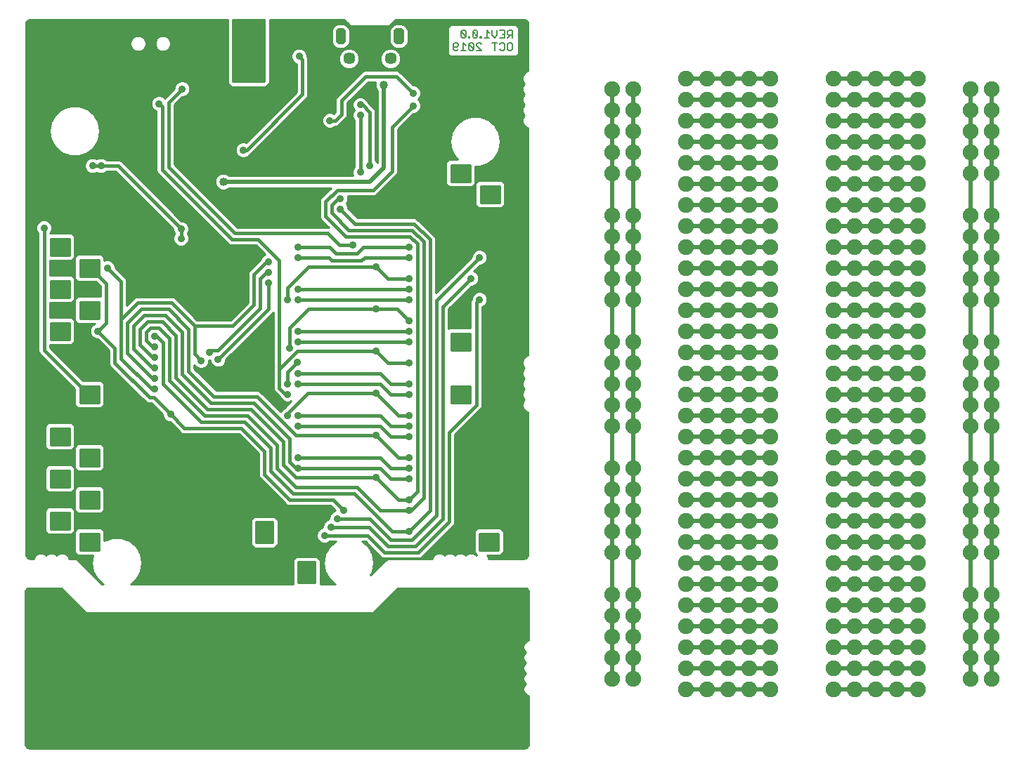
<source format=gbl>
G75*
%MOIN*%
%OFA0B0*%
%FSLAX25Y25*%
%IPPOS*%
%LPD*%
%AMOC8*
5,1,8,0,0,1.08239X$1,22.5*
%
%ADD10C,0.00600*%
%ADD11C,0.03307*%
%ADD12C,0.05700*%
%ADD13C,0.04000*%
%ADD14C,0.01000*%
%ADD15C,0.03500*%
%ADD16C,0.01500*%
%ADD17C,0.03000*%
%ADD18C,0.02000*%
%ADD19C,0.03575*%
%ADD20C,0.07500*%
D10*
X0218217Y0336111D02*
X0217649Y0336678D01*
X0217649Y0338947D01*
X0218217Y0339514D01*
X0219351Y0339514D01*
X0219918Y0338947D01*
X0219918Y0338380D01*
X0219351Y0337812D01*
X0217649Y0337812D01*
X0218217Y0336111D02*
X0219351Y0336111D01*
X0219918Y0336678D01*
X0221333Y0336111D02*
X0223601Y0336111D01*
X0222467Y0336111D02*
X0222467Y0339514D01*
X0223601Y0338380D01*
X0225016Y0338947D02*
X0227284Y0336678D01*
X0226717Y0336111D01*
X0225583Y0336111D01*
X0225016Y0336678D01*
X0225016Y0338947D01*
X0225583Y0339514D01*
X0226717Y0339514D01*
X0227284Y0338947D01*
X0227284Y0336678D01*
X0228699Y0336111D02*
X0230967Y0336111D01*
X0228699Y0338380D01*
X0228699Y0338947D01*
X0229266Y0339514D01*
X0230400Y0339514D01*
X0230967Y0338947D01*
X0230967Y0342111D02*
X0230400Y0342111D01*
X0230400Y0342678D01*
X0230967Y0342678D01*
X0230967Y0342111D01*
X0232382Y0342111D02*
X0234651Y0342111D01*
X0233516Y0342111D02*
X0233516Y0345514D01*
X0234651Y0344380D01*
X0236065Y0345514D02*
X0236065Y0343245D01*
X0237199Y0342111D01*
X0238334Y0343245D01*
X0238334Y0345514D01*
X0239748Y0345514D02*
X0242017Y0345514D01*
X0242017Y0342111D01*
X0239748Y0342111D01*
X0240883Y0343812D02*
X0242017Y0343812D01*
X0243431Y0343812D02*
X0243999Y0343245D01*
X0245700Y0343245D01*
X0245700Y0342111D02*
X0245700Y0345514D01*
X0243999Y0345514D01*
X0243431Y0344947D01*
X0243431Y0343812D01*
X0244566Y0343245D02*
X0243431Y0342111D01*
X0243999Y0339514D02*
X0243431Y0338947D01*
X0243431Y0336678D01*
X0243999Y0336111D01*
X0245133Y0336111D01*
X0245700Y0336678D01*
X0245700Y0338947D01*
X0245133Y0339514D01*
X0243999Y0339514D01*
X0242017Y0338947D02*
X0242017Y0336678D01*
X0241450Y0336111D01*
X0240315Y0336111D01*
X0239748Y0336678D01*
X0239748Y0338947D02*
X0240315Y0339514D01*
X0241450Y0339514D01*
X0242017Y0338947D01*
X0238334Y0339514D02*
X0236065Y0339514D01*
X0237199Y0339514D02*
X0237199Y0336111D01*
X0229126Y0342678D02*
X0226857Y0344947D01*
X0226857Y0342678D01*
X0227424Y0342111D01*
X0228559Y0342111D01*
X0229126Y0342678D01*
X0229126Y0344947D01*
X0228559Y0345514D01*
X0227424Y0345514D01*
X0226857Y0344947D01*
X0225443Y0342678D02*
X0224876Y0342678D01*
X0224876Y0342111D01*
X0225443Y0342111D01*
X0225443Y0342678D01*
X0223601Y0342678D02*
X0221333Y0344947D01*
X0221333Y0342678D01*
X0221900Y0342111D01*
X0223034Y0342111D01*
X0223601Y0342678D01*
X0223601Y0344947D01*
X0223034Y0345514D01*
X0221900Y0345514D01*
X0221333Y0344947D01*
D11*
X0192489Y0344859D02*
X0192489Y0340685D01*
X0191071Y0340685D01*
X0191071Y0344859D01*
X0192489Y0344859D01*
X0192489Y0343991D02*
X0191071Y0343991D01*
X0163511Y0344937D02*
X0163511Y0340763D01*
X0163511Y0344937D02*
X0164929Y0344937D01*
X0164929Y0340763D01*
X0163511Y0340763D01*
X0163511Y0344069D02*
X0164929Y0344069D01*
D12*
X0168157Y0332181D03*
X0187843Y0332181D03*
D13*
X0184500Y0319811D03*
X0163000Y0322811D03*
X0146000Y0297811D03*
X0158500Y0292811D03*
X0137000Y0280811D03*
X0123000Y0262811D03*
X0108500Y0273811D03*
X0093000Y0293811D03*
X0088000Y0293811D03*
X0088000Y0301311D03*
X0093000Y0301311D03*
X0118000Y0297811D03*
X0116000Y0323811D03*
X0116000Y0329811D03*
X0125000Y0329811D03*
X0125000Y0323811D03*
X0125000Y0341811D03*
X0125000Y0347811D03*
X0116000Y0347811D03*
X0116000Y0341811D03*
X0048000Y0332811D03*
X0023000Y0332811D03*
X0050500Y0305311D03*
X0018000Y0282811D03*
X0018000Y0262811D03*
X0018000Y0242811D03*
X0018000Y0222811D03*
X0051000Y0245811D03*
X0049000Y0265811D03*
X0103000Y0242811D03*
X0103000Y0227811D03*
X0088000Y0227811D03*
X0105500Y0182311D03*
X0082000Y0156811D03*
X0108000Y0142811D03*
X0127000Y0122311D03*
X0107000Y0117811D03*
X0093000Y0117811D03*
X0078000Y0117811D03*
X0078000Y0102811D03*
X0093000Y0102811D03*
X0107000Y0102811D03*
X0107000Y0087811D03*
X0093000Y0087811D03*
X0078000Y0087811D03*
X0018000Y0112811D03*
X0018000Y0132811D03*
X0018000Y0152811D03*
X0018000Y0172811D03*
X0033000Y0172811D03*
X0208000Y0277811D03*
X0208000Y0292811D03*
X0233000Y0311311D03*
X0233000Y0327311D03*
X0243000Y0277811D03*
X0243000Y0257811D03*
X0231000Y0112811D03*
D14*
X0014700Y0006811D02*
X0014744Y0006362D01*
X0015088Y0005533D01*
X0015722Y0004899D01*
X0015722Y0004899D01*
X0016551Y0004555D01*
X0017000Y0004511D01*
X0251000Y0004511D01*
X0251449Y0004555D01*
X0252278Y0004899D01*
X0252912Y0005533D01*
X0253256Y0006362D01*
X0253300Y0006811D01*
X0253300Y0029144D01*
X0253463Y0029536D01*
X0253349Y0029536D01*
X0252145Y0030035D01*
X0251224Y0030956D01*
X0250725Y0032160D01*
X0250725Y0033462D01*
X0251224Y0034666D01*
X0251869Y0035311D01*
X0251224Y0035956D01*
X0250725Y0037160D01*
X0250725Y0038462D01*
X0251224Y0039666D01*
X0251869Y0040311D01*
X0251224Y0040956D01*
X0250725Y0042160D01*
X0250725Y0043462D01*
X0251224Y0044666D01*
X0251869Y0045311D01*
X0251224Y0045956D01*
X0250725Y0047160D01*
X0250725Y0048462D01*
X0251224Y0049666D01*
X0251869Y0050311D01*
X0251224Y0050956D01*
X0250725Y0052160D01*
X0250725Y0053462D01*
X0251224Y0054666D01*
X0252145Y0055587D01*
X0253349Y0056086D01*
X0253463Y0056086D01*
X0253300Y0056478D01*
X0253300Y0078811D01*
X0253256Y0079260D01*
X0252912Y0080089D01*
X0252278Y0080723D01*
X0252066Y0080811D01*
X0191404Y0080811D01*
X0179704Y0069111D01*
X0043296Y0069111D01*
X0031596Y0080811D01*
X0015934Y0080811D01*
X0015722Y0080723D01*
X0015088Y0080089D01*
X0014744Y0079260D01*
X0014700Y0078811D01*
X0014700Y0006811D01*
X0014700Y0006924D02*
X0253300Y0006924D01*
X0253300Y0007923D02*
X0014700Y0007923D01*
X0014700Y0008921D02*
X0253300Y0008921D01*
X0253300Y0009920D02*
X0014700Y0009920D01*
X0014700Y0010918D02*
X0253300Y0010918D01*
X0253300Y0011917D02*
X0014700Y0011917D01*
X0014700Y0012915D02*
X0253300Y0012915D01*
X0253300Y0013914D02*
X0014700Y0013914D01*
X0014700Y0014912D02*
X0253300Y0014912D01*
X0253300Y0015911D02*
X0014700Y0015911D01*
X0014700Y0016909D02*
X0253300Y0016909D01*
X0253300Y0017908D02*
X0014700Y0017908D01*
X0014700Y0018906D02*
X0253300Y0018906D01*
X0253300Y0019905D02*
X0014700Y0019905D01*
X0014700Y0020903D02*
X0253300Y0020903D01*
X0253300Y0021902D02*
X0014700Y0021902D01*
X0014700Y0022900D02*
X0253300Y0022900D01*
X0253300Y0023899D02*
X0014700Y0023899D01*
X0014700Y0024897D02*
X0253300Y0024897D01*
X0253300Y0025896D02*
X0014700Y0025896D01*
X0014700Y0026894D02*
X0253300Y0026894D01*
X0253300Y0027893D02*
X0014700Y0027893D01*
X0014700Y0028891D02*
X0253300Y0028891D01*
X0252495Y0029890D02*
X0014700Y0029890D01*
X0014700Y0030888D02*
X0251291Y0030888D01*
X0250838Y0031887D02*
X0014700Y0031887D01*
X0014700Y0032885D02*
X0250725Y0032885D01*
X0250900Y0033884D02*
X0014700Y0033884D01*
X0014700Y0034882D02*
X0251440Y0034882D01*
X0251299Y0035881D02*
X0014700Y0035881D01*
X0014700Y0036880D02*
X0250841Y0036880D01*
X0250725Y0037878D02*
X0014700Y0037878D01*
X0014700Y0038877D02*
X0250897Y0038877D01*
X0251433Y0039875D02*
X0014700Y0039875D01*
X0014700Y0040874D02*
X0251306Y0040874D01*
X0250844Y0041872D02*
X0014700Y0041872D01*
X0014700Y0042871D02*
X0250725Y0042871D01*
X0250894Y0043869D02*
X0014700Y0043869D01*
X0014700Y0044868D02*
X0251425Y0044868D01*
X0251314Y0045866D02*
X0014700Y0045866D01*
X0014700Y0046865D02*
X0250847Y0046865D01*
X0250725Y0047863D02*
X0014700Y0047863D01*
X0014700Y0048862D02*
X0250891Y0048862D01*
X0251418Y0049860D02*
X0014700Y0049860D01*
X0014700Y0050859D02*
X0251321Y0050859D01*
X0250850Y0051857D02*
X0014700Y0051857D01*
X0014700Y0052856D02*
X0250725Y0052856D01*
X0250887Y0053854D02*
X0014700Y0053854D01*
X0014700Y0054853D02*
X0251410Y0054853D01*
X0252782Y0055851D02*
X0014700Y0055851D01*
X0014700Y0056850D02*
X0253300Y0056850D01*
X0253300Y0057848D02*
X0014700Y0057848D01*
X0014700Y0058847D02*
X0253300Y0058847D01*
X0253300Y0059845D02*
X0014700Y0059845D01*
X0014700Y0060844D02*
X0253300Y0060844D01*
X0253300Y0061842D02*
X0014700Y0061842D01*
X0014700Y0062841D02*
X0253300Y0062841D01*
X0253300Y0063839D02*
X0014700Y0063839D01*
X0014700Y0064838D02*
X0253300Y0064838D01*
X0253300Y0065836D02*
X0014700Y0065836D01*
X0014700Y0066835D02*
X0253300Y0066835D01*
X0253300Y0067833D02*
X0014700Y0067833D01*
X0014700Y0068832D02*
X0253300Y0068832D01*
X0253300Y0069830D02*
X0180423Y0069830D01*
X0181422Y0070829D02*
X0253300Y0070829D01*
X0253300Y0071827D02*
X0182421Y0071827D01*
X0183419Y0072826D02*
X0253300Y0072826D01*
X0253300Y0073824D02*
X0184418Y0073824D01*
X0185416Y0074823D02*
X0253300Y0074823D01*
X0253300Y0075821D02*
X0186415Y0075821D01*
X0187413Y0076820D02*
X0253300Y0076820D01*
X0253300Y0077818D02*
X0188412Y0077818D01*
X0189410Y0078817D02*
X0253299Y0078817D01*
X0253026Y0079815D02*
X0190409Y0079815D01*
X0180163Y0088802D02*
X0179293Y0088802D01*
X0179276Y0088707D02*
X0180000Y0092811D01*
X0179276Y0096915D01*
X0177193Y0100524D01*
X0174170Y0103061D01*
X0175861Y0103061D01*
X0183442Y0095480D01*
X0184453Y0095061D01*
X0201547Y0095061D01*
X0202558Y0095480D01*
X0217831Y0110753D01*
X0218250Y0111764D01*
X0218250Y0153672D01*
X0230831Y0166253D01*
X0231250Y0167264D01*
X0231250Y0214270D01*
X0232124Y0214632D01*
X0233179Y0215687D01*
X0233750Y0217065D01*
X0233750Y0218557D01*
X0233179Y0219935D01*
X0232124Y0220990D01*
X0230746Y0221561D01*
X0229254Y0221561D01*
X0227876Y0220990D01*
X0226821Y0219935D01*
X0226250Y0218557D01*
X0226250Y0217950D01*
X0226169Y0217869D01*
X0225750Y0216858D01*
X0225750Y0204311D01*
X0216003Y0204311D01*
X0215250Y0203999D01*
X0215250Y0213172D01*
X0226139Y0224061D01*
X0226746Y0224061D01*
X0228124Y0224632D01*
X0229179Y0225687D01*
X0229750Y0227065D01*
X0229750Y0228557D01*
X0229179Y0229935D01*
X0228124Y0230990D01*
X0227377Y0231299D01*
X0230139Y0234061D01*
X0230746Y0234061D01*
X0232124Y0234632D01*
X0233179Y0235687D01*
X0233750Y0237065D01*
X0233750Y0238557D01*
X0233179Y0239935D01*
X0232124Y0240990D01*
X0230746Y0241561D01*
X0229254Y0241561D01*
X0227876Y0240990D01*
X0226821Y0239935D01*
X0226250Y0238557D01*
X0226250Y0237950D01*
X0209250Y0220950D01*
X0209250Y0246710D01*
X0208831Y0247720D01*
X0208058Y0248494D01*
X0200409Y0256142D01*
X0199398Y0256561D01*
X0172139Y0256561D01*
X0167787Y0260913D01*
X0167787Y0261564D01*
X0167211Y0262956D01*
X0166856Y0263311D01*
X0167211Y0263666D01*
X0167787Y0265058D01*
X0167787Y0266564D01*
X0167582Y0267061D01*
X0180047Y0267061D01*
X0181058Y0267480D01*
X0190058Y0276480D01*
X0190831Y0277253D01*
X0191250Y0278264D01*
X0191250Y0298672D01*
X0198602Y0306024D01*
X0199253Y0306024D01*
X0200645Y0306600D01*
X0201711Y0307666D01*
X0202287Y0309058D01*
X0202287Y0310564D01*
X0201711Y0311956D01*
X0200830Y0312837D01*
X0201679Y0313687D01*
X0202250Y0315065D01*
X0202250Y0316557D01*
X0201679Y0317935D01*
X0200624Y0318990D01*
X0199246Y0319561D01*
X0198639Y0319561D01*
X0192058Y0326142D01*
X0191047Y0326561D01*
X0175453Y0326561D01*
X0174442Y0326142D01*
X0173669Y0325369D01*
X0162169Y0313869D01*
X0161750Y0312858D01*
X0161750Y0306950D01*
X0160888Y0306088D01*
X0159746Y0306561D01*
X0158254Y0306561D01*
X0156876Y0305990D01*
X0155821Y0304935D01*
X0155250Y0303557D01*
X0155250Y0302065D01*
X0155821Y0300687D01*
X0156876Y0299632D01*
X0158254Y0299061D01*
X0159746Y0299061D01*
X0161124Y0299632D01*
X0161553Y0300061D01*
X0162047Y0300061D01*
X0163058Y0300480D01*
X0166058Y0303480D01*
X0166831Y0304253D01*
X0167250Y0305264D01*
X0167250Y0311172D01*
X0177139Y0321061D01*
X0180688Y0321061D01*
X0180500Y0320607D01*
X0180500Y0319015D01*
X0181109Y0317545D01*
X0181500Y0317154D01*
X0181500Y0282660D01*
X0181179Y0283435D01*
X0180750Y0283864D01*
X0180750Y0307358D01*
X0180331Y0308369D01*
X0179558Y0309142D01*
X0176972Y0311728D01*
X0176679Y0312435D01*
X0175624Y0313490D01*
X0174246Y0314061D01*
X0172754Y0314061D01*
X0171376Y0313490D01*
X0170321Y0312435D01*
X0169750Y0311057D01*
X0169750Y0309565D01*
X0170321Y0308187D01*
X0170697Y0307811D01*
X0170321Y0307435D01*
X0169750Y0306057D01*
X0169750Y0304565D01*
X0170321Y0303187D01*
X0170750Y0302758D01*
X0170750Y0280864D01*
X0170321Y0280435D01*
X0169750Y0279057D01*
X0169750Y0277565D01*
X0170062Y0276811D01*
X0111157Y0276811D01*
X0110766Y0277202D01*
X0109296Y0277811D01*
X0107704Y0277811D01*
X0106234Y0277202D01*
X0105109Y0276077D01*
X0104500Y0274607D01*
X0104500Y0273015D01*
X0105109Y0271545D01*
X0106234Y0270420D01*
X0107704Y0269811D01*
X0109296Y0269811D01*
X0110766Y0270420D01*
X0111157Y0270811D01*
X0159611Y0270811D01*
X0155442Y0266642D01*
X0154669Y0265869D01*
X0154250Y0264858D01*
X0154250Y0256882D01*
X0154669Y0255871D01*
X0155442Y0255097D01*
X0158479Y0252061D01*
X0115139Y0252061D01*
X0085250Y0281950D01*
X0085250Y0310172D01*
X0089102Y0314024D01*
X0089753Y0314024D01*
X0091145Y0314600D01*
X0092211Y0315666D01*
X0092787Y0317058D01*
X0092787Y0318564D01*
X0092211Y0319956D01*
X0091145Y0321022D01*
X0089753Y0321598D01*
X0088247Y0321598D01*
X0086855Y0321022D01*
X0085789Y0319956D01*
X0085213Y0318564D01*
X0085213Y0317913D01*
X0080734Y0313434D01*
X0080145Y0314022D01*
X0078753Y0314598D01*
X0077247Y0314598D01*
X0075855Y0314022D01*
X0074789Y0312956D01*
X0074213Y0311564D01*
X0074213Y0310058D01*
X0074789Y0308666D01*
X0075855Y0307600D01*
X0076750Y0307229D01*
X0076750Y0278764D01*
X0077169Y0277753D01*
X0110942Y0243980D01*
X0111953Y0243561D01*
X0123861Y0243561D01*
X0128240Y0239182D01*
X0127855Y0239022D01*
X0126789Y0237956D01*
X0126459Y0237159D01*
X0120669Y0231369D01*
X0120250Y0230358D01*
X0120250Y0216450D01*
X0111925Y0208125D01*
X0096075Y0208125D01*
X0085558Y0218642D01*
X0084547Y0219061D01*
X0067453Y0219061D01*
X0066442Y0218642D01*
X0062750Y0214950D01*
X0062750Y0226858D01*
X0062331Y0227869D01*
X0057287Y0232913D01*
X0057287Y0233564D01*
X0056711Y0234956D01*
X0055645Y0236022D01*
X0054253Y0236598D01*
X0052747Y0236598D01*
X0052000Y0236289D01*
X0052000Y0237308D01*
X0051619Y0238227D01*
X0050916Y0238930D01*
X0049997Y0239311D01*
X0040003Y0239311D01*
X0039084Y0238930D01*
X0038381Y0238227D01*
X0038000Y0237308D01*
X0038000Y0228314D01*
X0038381Y0227395D01*
X0039084Y0226692D01*
X0040003Y0226311D01*
X0048111Y0226311D01*
X0050250Y0224172D01*
X0050250Y0219206D01*
X0049997Y0219311D01*
X0040003Y0219311D01*
X0039084Y0218930D01*
X0038381Y0218227D01*
X0038000Y0217308D01*
X0038000Y0208314D01*
X0038381Y0207395D01*
X0039084Y0206692D01*
X0040003Y0206311D01*
X0047553Y0206311D01*
X0046855Y0206022D01*
X0045789Y0204956D01*
X0045213Y0203564D01*
X0045213Y0202058D01*
X0045789Y0200666D01*
X0046855Y0199600D01*
X0048247Y0199024D01*
X0048898Y0199024D01*
X0054250Y0193672D01*
X0054250Y0187264D01*
X0054669Y0186253D01*
X0055442Y0185480D01*
X0071942Y0168980D01*
X0072953Y0168561D01*
X0074361Y0168561D01*
X0079713Y0163209D01*
X0079713Y0162558D01*
X0080289Y0161166D01*
X0081355Y0160100D01*
X0082747Y0159524D01*
X0083398Y0159524D01*
X0087669Y0155253D01*
X0088442Y0154480D01*
X0089453Y0154061D01*
X0115861Y0154061D01*
X0125250Y0144672D01*
X0125250Y0134264D01*
X0125669Y0133253D01*
X0137669Y0121253D01*
X0138442Y0120480D01*
X0139453Y0120061D01*
X0159361Y0120061D01*
X0161713Y0117709D01*
X0161713Y0117544D01*
X0160376Y0116990D01*
X0159321Y0115935D01*
X0158750Y0114557D01*
X0158750Y0113559D01*
X0157376Y0112990D01*
X0156321Y0111935D01*
X0155750Y0110557D01*
X0155750Y0109559D01*
X0154376Y0108990D01*
X0153321Y0107935D01*
X0152750Y0106557D01*
X0152750Y0105065D01*
X0153321Y0103687D01*
X0154376Y0102632D01*
X0155754Y0102061D01*
X0157246Y0102061D01*
X0158624Y0102632D01*
X0159053Y0103061D01*
X0161830Y0103061D01*
X0158807Y0100524D01*
X0156724Y0096915D01*
X0156000Y0092811D01*
X0156724Y0088707D01*
X0158807Y0085098D01*
X0161532Y0082811D01*
X0154499Y0082811D01*
X0154500Y0082814D01*
X0154500Y0093808D01*
X0154119Y0094727D01*
X0153416Y0095430D01*
X0152497Y0095811D01*
X0143503Y0095811D01*
X0142584Y0095430D01*
X0141881Y0094727D01*
X0141500Y0093808D01*
X0141500Y0082814D01*
X0141501Y0082811D01*
X0064468Y0082811D01*
X0067193Y0085098D01*
X0069276Y0088707D01*
X0070000Y0092811D01*
X0069276Y0096915D01*
X0067193Y0100524D01*
X0064000Y0103203D01*
X0060084Y0104629D01*
X0055916Y0104629D01*
X0052000Y0103203D01*
X0052000Y0107308D01*
X0051619Y0108227D01*
X0050916Y0108930D01*
X0049997Y0109311D01*
X0040003Y0109311D01*
X0039084Y0108930D01*
X0038381Y0108227D01*
X0038000Y0107308D01*
X0038000Y0098314D01*
X0038381Y0097395D01*
X0039084Y0096692D01*
X0040003Y0096311D01*
X0046617Y0096311D01*
X0046000Y0092811D01*
X0046724Y0088707D01*
X0048807Y0085098D01*
X0051532Y0082811D01*
X0050828Y0082811D01*
X0038828Y0094811D01*
X0035608Y0094811D01*
X0035477Y0094757D01*
X0035031Y0095836D01*
X0034025Y0096842D01*
X0032711Y0097386D01*
X0031289Y0097386D01*
X0029975Y0096842D01*
X0029500Y0096367D01*
X0029025Y0096842D01*
X0027711Y0097386D01*
X0026289Y0097386D01*
X0024975Y0096842D01*
X0024500Y0096367D01*
X0024025Y0096842D01*
X0022711Y0097386D01*
X0021289Y0097386D01*
X0019975Y0096842D01*
X0018969Y0095836D01*
X0018523Y0094757D01*
X0018392Y0094811D01*
X0017000Y0094811D01*
X0016610Y0094849D01*
X0015889Y0095148D01*
X0015337Y0095700D01*
X0015038Y0096421D01*
X0015000Y0096811D01*
X0015000Y0348811D01*
X0015038Y0349201D01*
X0015337Y0349922D01*
X0015889Y0350474D01*
X0016610Y0350773D01*
X0017000Y0350811D01*
X0110500Y0350811D01*
X0110500Y0320814D01*
X0110881Y0319895D01*
X0111584Y0319192D01*
X0112503Y0318811D01*
X0128497Y0318811D01*
X0129416Y0319192D01*
X0130119Y0319895D01*
X0130500Y0320814D01*
X0130500Y0350811D01*
X0165672Y0350811D01*
X0167500Y0348983D01*
X0168672Y0347811D01*
X0187328Y0347811D01*
X0190328Y0350811D01*
X0251000Y0350811D01*
X0251390Y0350773D01*
X0252111Y0350474D01*
X0252663Y0349922D01*
X0252962Y0349201D01*
X0253000Y0348811D01*
X0253000Y0326266D01*
X0251975Y0325842D01*
X0250969Y0324836D01*
X0250425Y0323522D01*
X0250425Y0322100D01*
X0250969Y0320786D01*
X0251444Y0320311D01*
X0250969Y0319836D01*
X0250425Y0318522D01*
X0250425Y0317100D01*
X0250969Y0315786D01*
X0251444Y0315311D01*
X0250969Y0314836D01*
X0250425Y0313522D01*
X0250425Y0312100D01*
X0250969Y0310786D01*
X0251444Y0310311D01*
X0250969Y0309836D01*
X0250425Y0308522D01*
X0250425Y0307100D01*
X0250969Y0305786D01*
X0251444Y0305311D01*
X0250969Y0304836D01*
X0250425Y0303522D01*
X0250425Y0302100D01*
X0250969Y0300786D01*
X0251975Y0299780D01*
X0253000Y0299356D01*
X0253000Y0191266D01*
X0251975Y0190842D01*
X0250969Y0189836D01*
X0250425Y0188522D01*
X0250425Y0187100D01*
X0250969Y0185786D01*
X0251444Y0185311D01*
X0250969Y0184836D01*
X0250425Y0183522D01*
X0250425Y0182100D01*
X0250969Y0180786D01*
X0251444Y0180311D01*
X0250969Y0179836D01*
X0250425Y0178522D01*
X0250425Y0177100D01*
X0250969Y0175786D01*
X0251444Y0175311D01*
X0250969Y0174836D01*
X0250425Y0173522D01*
X0250425Y0172100D01*
X0250969Y0170786D01*
X0251444Y0170311D01*
X0250969Y0169836D01*
X0250425Y0168522D01*
X0250425Y0167100D01*
X0250969Y0165786D01*
X0251975Y0164780D01*
X0253000Y0164356D01*
X0253000Y0096811D01*
X0252962Y0096421D01*
X0252663Y0095700D01*
X0252111Y0095148D01*
X0251390Y0094849D01*
X0251000Y0094811D01*
X0234608Y0094811D01*
X0234477Y0094757D01*
X0234031Y0095836D01*
X0233555Y0096311D01*
X0239497Y0096311D01*
X0240416Y0096692D01*
X0241119Y0097395D01*
X0241500Y0098314D01*
X0241500Y0107308D01*
X0241119Y0108227D01*
X0240416Y0108930D01*
X0239497Y0109311D01*
X0229503Y0109311D01*
X0228584Y0108930D01*
X0227881Y0108227D01*
X0227500Y0107308D01*
X0227500Y0098314D01*
X0227881Y0097395D01*
X0228584Y0096692D01*
X0228754Y0096621D01*
X0228500Y0096367D01*
X0228025Y0096842D01*
X0226711Y0097386D01*
X0225289Y0097386D01*
X0223975Y0096842D01*
X0223500Y0096367D01*
X0223025Y0096842D01*
X0221711Y0097386D01*
X0220289Y0097386D01*
X0218975Y0096842D01*
X0218500Y0096367D01*
X0218025Y0096842D01*
X0216711Y0097386D01*
X0215289Y0097386D01*
X0213975Y0096842D01*
X0213500Y0096367D01*
X0213025Y0096842D01*
X0211711Y0097386D01*
X0210289Y0097386D01*
X0208975Y0096842D01*
X0207969Y0095836D01*
X0207523Y0094757D01*
X0207392Y0094811D01*
X0186172Y0094811D01*
X0178196Y0086835D01*
X0179276Y0088707D01*
X0179164Y0087804D02*
X0178755Y0087804D01*
X0179469Y0089801D02*
X0181161Y0089801D01*
X0182160Y0090799D02*
X0179645Y0090799D01*
X0179821Y0091798D02*
X0183158Y0091798D01*
X0184157Y0092796D02*
X0179997Y0092796D01*
X0179827Y0093795D02*
X0185155Y0093795D01*
X0186154Y0094793D02*
X0179650Y0094793D01*
X0179474Y0095792D02*
X0183130Y0095792D01*
X0182132Y0096790D02*
X0179298Y0096790D01*
X0178772Y0097789D02*
X0181133Y0097789D01*
X0180135Y0098787D02*
X0178196Y0098787D01*
X0177619Y0099786D02*
X0179136Y0099786D01*
X0178138Y0100784D02*
X0176883Y0100784D01*
X0177139Y0101783D02*
X0175693Y0101783D01*
X0176141Y0102781D02*
X0174503Y0102781D01*
X0161497Y0102781D02*
X0158774Y0102781D01*
X0160307Y0101783D02*
X0134487Y0101783D01*
X0134500Y0101814D02*
X0134500Y0112808D01*
X0134119Y0113727D01*
X0133416Y0114430D01*
X0132497Y0114811D01*
X0123503Y0114811D01*
X0122584Y0114430D01*
X0121881Y0113727D01*
X0121500Y0112808D01*
X0121500Y0111814D01*
X0121500Y0102808D01*
X0121500Y0101814D01*
X0121881Y0100895D01*
X0122584Y0100192D01*
X0123503Y0099811D01*
X0132497Y0099811D01*
X0133416Y0100192D01*
X0134119Y0100895D01*
X0134500Y0101814D01*
X0134500Y0102781D02*
X0154226Y0102781D01*
X0153282Y0103780D02*
X0134500Y0103780D01*
X0134500Y0104778D02*
X0152869Y0104778D01*
X0152750Y0105777D02*
X0134500Y0105777D01*
X0134500Y0106775D02*
X0152840Y0106775D01*
X0153254Y0107774D02*
X0134500Y0107774D01*
X0134500Y0108772D02*
X0154158Y0108772D01*
X0155750Y0109771D02*
X0134500Y0109771D01*
X0134500Y0110769D02*
X0155838Y0110769D01*
X0156252Y0111768D02*
X0134500Y0111768D01*
X0134500Y0112766D02*
X0157152Y0112766D01*
X0158750Y0113765D02*
X0134082Y0113765D01*
X0132612Y0114763D02*
X0158836Y0114763D01*
X0159249Y0115762D02*
X0038000Y0115762D01*
X0038000Y0116760D02*
X0039015Y0116760D01*
X0039084Y0116692D02*
X0040003Y0116311D01*
X0049997Y0116311D01*
X0050916Y0116692D01*
X0051619Y0117395D01*
X0052000Y0118314D01*
X0052000Y0127308D01*
X0051619Y0128227D01*
X0050916Y0128930D01*
X0049997Y0129311D01*
X0040003Y0129311D01*
X0039084Y0128930D01*
X0038381Y0128227D01*
X0038000Y0127308D01*
X0038000Y0119308D01*
X0038000Y0118314D01*
X0038381Y0117395D01*
X0039084Y0116692D01*
X0038000Y0117308D02*
X0037619Y0118227D01*
X0036916Y0118930D01*
X0035997Y0119311D01*
X0027304Y0119311D01*
X0026003Y0119311D01*
X0025084Y0118930D01*
X0024381Y0118227D01*
X0024000Y0117308D01*
X0024000Y0108314D01*
X0024381Y0107395D01*
X0025084Y0106692D01*
X0026003Y0106311D01*
X0035997Y0106311D01*
X0036916Y0106692D01*
X0037619Y0107395D01*
X0038000Y0108314D01*
X0038000Y0117308D01*
X0037813Y0117759D02*
X0038230Y0117759D01*
X0038000Y0118757D02*
X0037089Y0118757D01*
X0038000Y0119756D02*
X0015000Y0119756D01*
X0015000Y0120754D02*
X0038000Y0120754D01*
X0038000Y0121753D02*
X0015000Y0121753D01*
X0015000Y0122751D02*
X0038000Y0122751D01*
X0038000Y0123750D02*
X0015000Y0123750D01*
X0015000Y0124748D02*
X0038000Y0124748D01*
X0038000Y0125747D02*
X0015000Y0125747D01*
X0015000Y0126746D02*
X0025030Y0126746D01*
X0025084Y0126692D02*
X0026003Y0126311D01*
X0026997Y0126311D01*
X0035003Y0126311D01*
X0035997Y0126311D01*
X0036916Y0126692D01*
X0037619Y0127395D01*
X0038000Y0128314D01*
X0038000Y0137308D01*
X0037619Y0138227D01*
X0036916Y0138930D01*
X0035997Y0139311D01*
X0026003Y0139311D01*
X0025084Y0138930D01*
X0024381Y0138227D01*
X0024000Y0137308D01*
X0024000Y0128314D01*
X0024381Y0127395D01*
X0025084Y0126692D01*
X0024236Y0127744D02*
X0015000Y0127744D01*
X0015000Y0128743D02*
X0024000Y0128743D01*
X0024000Y0129741D02*
X0015000Y0129741D01*
X0015000Y0130740D02*
X0024000Y0130740D01*
X0024000Y0131738D02*
X0015000Y0131738D01*
X0015000Y0132737D02*
X0024000Y0132737D01*
X0024000Y0133735D02*
X0015000Y0133735D01*
X0015000Y0134734D02*
X0024000Y0134734D01*
X0024000Y0135732D02*
X0015000Y0135732D01*
X0015000Y0136731D02*
X0024000Y0136731D01*
X0024174Y0137729D02*
X0015000Y0137729D01*
X0015000Y0138728D02*
X0024881Y0138728D01*
X0026500Y0136811D02*
X0035500Y0136811D01*
X0035500Y0128811D01*
X0026500Y0128811D01*
X0026500Y0136811D01*
X0026500Y0136731D02*
X0035500Y0136731D01*
X0035500Y0135732D02*
X0026500Y0135732D01*
X0026500Y0134734D02*
X0035500Y0134734D01*
X0035500Y0133735D02*
X0026500Y0133735D01*
X0026500Y0132737D02*
X0035500Y0132737D01*
X0035500Y0131738D02*
X0026500Y0131738D01*
X0026500Y0130740D02*
X0035500Y0130740D01*
X0035500Y0129741D02*
X0026500Y0129741D01*
X0036970Y0126746D02*
X0038000Y0126746D01*
X0038180Y0127744D02*
X0037764Y0127744D01*
X0038000Y0128743D02*
X0038896Y0128743D01*
X0038000Y0129741D02*
X0129181Y0129741D01*
X0130179Y0128743D02*
X0051104Y0128743D01*
X0051820Y0127744D02*
X0131178Y0127744D01*
X0132176Y0126746D02*
X0052000Y0126746D01*
X0052000Y0125747D02*
X0133175Y0125747D01*
X0134173Y0124748D02*
X0052000Y0124748D01*
X0052000Y0123750D02*
X0135172Y0123750D01*
X0136170Y0122751D02*
X0052000Y0122751D01*
X0052000Y0121753D02*
X0137169Y0121753D01*
X0138167Y0120754D02*
X0052000Y0120754D01*
X0052000Y0119756D02*
X0159666Y0119756D01*
X0160665Y0118757D02*
X0052000Y0118757D01*
X0051770Y0117759D02*
X0161663Y0117759D01*
X0160146Y0116760D02*
X0050985Y0116760D01*
X0049500Y0118811D02*
X0049500Y0126811D01*
X0040500Y0126811D01*
X0040500Y0118811D01*
X0049500Y0118811D01*
X0049500Y0119756D02*
X0040500Y0119756D01*
X0040500Y0120754D02*
X0049500Y0120754D01*
X0049500Y0121753D02*
X0040500Y0121753D01*
X0040500Y0122751D02*
X0049500Y0122751D01*
X0049500Y0123750D02*
X0040500Y0123750D01*
X0040500Y0124748D02*
X0049500Y0124748D01*
X0049500Y0125747D02*
X0040500Y0125747D01*
X0040500Y0126746D02*
X0049500Y0126746D01*
X0038000Y0130740D02*
X0128182Y0130740D01*
X0127184Y0131738D02*
X0038000Y0131738D01*
X0038000Y0132737D02*
X0126185Y0132737D01*
X0125469Y0133735D02*
X0038000Y0133735D01*
X0038000Y0134734D02*
X0125250Y0134734D01*
X0125250Y0135732D02*
X0038000Y0135732D01*
X0038000Y0136731D02*
X0039045Y0136731D01*
X0039084Y0136692D02*
X0040003Y0136311D01*
X0040997Y0136311D01*
X0049003Y0136311D01*
X0049997Y0136311D01*
X0050916Y0136692D01*
X0051619Y0137395D01*
X0052000Y0138314D01*
X0052000Y0147308D01*
X0051619Y0148227D01*
X0050916Y0148930D01*
X0049997Y0149311D01*
X0040003Y0149311D01*
X0039084Y0148930D01*
X0038381Y0148227D01*
X0038000Y0147308D01*
X0038000Y0138314D01*
X0038381Y0137395D01*
X0039084Y0136692D01*
X0038242Y0137729D02*
X0037826Y0137729D01*
X0038000Y0138728D02*
X0037119Y0138728D01*
X0038000Y0139726D02*
X0015000Y0139726D01*
X0015000Y0140725D02*
X0038000Y0140725D01*
X0038000Y0141723D02*
X0015000Y0141723D01*
X0015000Y0142722D02*
X0038000Y0142722D01*
X0038000Y0143720D02*
X0015000Y0143720D01*
X0015000Y0144719D02*
X0038000Y0144719D01*
X0038000Y0145717D02*
X0015000Y0145717D01*
X0015000Y0146716D02*
X0025060Y0146716D01*
X0025084Y0146692D02*
X0024381Y0147395D01*
X0024000Y0148314D01*
X0024000Y0157308D01*
X0024381Y0158227D01*
X0025084Y0158930D01*
X0026003Y0159311D01*
X0035997Y0159311D01*
X0036916Y0158930D01*
X0037619Y0158227D01*
X0038000Y0157308D01*
X0038000Y0148314D01*
X0037619Y0147395D01*
X0036916Y0146692D01*
X0035997Y0146311D01*
X0030304Y0146311D01*
X0026997Y0146311D01*
X0026003Y0146311D01*
X0025084Y0146692D01*
X0024248Y0147714D02*
X0015000Y0147714D01*
X0015000Y0148713D02*
X0024000Y0148713D01*
X0024000Y0149711D02*
X0015000Y0149711D01*
X0015000Y0150710D02*
X0024000Y0150710D01*
X0024000Y0151708D02*
X0015000Y0151708D01*
X0015000Y0152707D02*
X0024000Y0152707D01*
X0024000Y0153705D02*
X0015000Y0153705D01*
X0015000Y0154704D02*
X0024000Y0154704D01*
X0024000Y0155702D02*
X0015000Y0155702D01*
X0015000Y0156701D02*
X0024000Y0156701D01*
X0024162Y0157699D02*
X0015000Y0157699D01*
X0015000Y0158698D02*
X0024851Y0158698D01*
X0026500Y0156811D02*
X0035500Y0156811D01*
X0035500Y0148811D01*
X0026500Y0148811D01*
X0026500Y0156811D01*
X0026500Y0156701D02*
X0035500Y0156701D01*
X0035500Y0155702D02*
X0026500Y0155702D01*
X0026500Y0154704D02*
X0035500Y0154704D01*
X0035500Y0153705D02*
X0026500Y0153705D01*
X0026500Y0152707D02*
X0035500Y0152707D01*
X0035500Y0151708D02*
X0026500Y0151708D01*
X0026500Y0150710D02*
X0035500Y0150710D01*
X0035500Y0149711D02*
X0026500Y0149711D01*
X0036940Y0146716D02*
X0038000Y0146716D01*
X0038168Y0147714D02*
X0037752Y0147714D01*
X0038000Y0148713D02*
X0038866Y0148713D01*
X0038000Y0149711D02*
X0120211Y0149711D01*
X0121209Y0148713D02*
X0051134Y0148713D01*
X0051832Y0147714D02*
X0122208Y0147714D01*
X0123206Y0146716D02*
X0052000Y0146716D01*
X0052000Y0145717D02*
X0124205Y0145717D01*
X0125203Y0144719D02*
X0052000Y0144719D01*
X0052000Y0143720D02*
X0125250Y0143720D01*
X0125250Y0142722D02*
X0052000Y0142722D01*
X0052000Y0141723D02*
X0125250Y0141723D01*
X0125250Y0140725D02*
X0052000Y0140725D01*
X0052000Y0139726D02*
X0125250Y0139726D01*
X0125250Y0138728D02*
X0052000Y0138728D01*
X0051758Y0137729D02*
X0125250Y0137729D01*
X0125250Y0136731D02*
X0050955Y0136731D01*
X0049500Y0138811D02*
X0049500Y0146811D01*
X0040500Y0146811D01*
X0040500Y0138811D01*
X0049500Y0138811D01*
X0049500Y0139726D02*
X0040500Y0139726D01*
X0040500Y0140725D02*
X0049500Y0140725D01*
X0049500Y0141723D02*
X0040500Y0141723D01*
X0040500Y0142722D02*
X0049500Y0142722D01*
X0049500Y0143720D02*
X0040500Y0143720D01*
X0040500Y0144719D02*
X0049500Y0144719D01*
X0049500Y0145717D02*
X0040500Y0145717D01*
X0040500Y0146716D02*
X0049500Y0146716D01*
X0038000Y0150710D02*
X0119212Y0150710D01*
X0118214Y0151708D02*
X0038000Y0151708D01*
X0038000Y0152707D02*
X0117215Y0152707D01*
X0116217Y0153705D02*
X0038000Y0153705D01*
X0038000Y0154704D02*
X0088218Y0154704D01*
X0087220Y0155702D02*
X0038000Y0155702D01*
X0038000Y0156701D02*
X0086221Y0156701D01*
X0085223Y0157699D02*
X0037838Y0157699D01*
X0037149Y0158698D02*
X0084224Y0158698D01*
X0082330Y0159696D02*
X0015000Y0159696D01*
X0015000Y0160695D02*
X0080760Y0160695D01*
X0080071Y0161693D02*
X0015000Y0161693D01*
X0015000Y0162692D02*
X0079713Y0162692D01*
X0079231Y0163690D02*
X0015000Y0163690D01*
X0015000Y0164689D02*
X0078233Y0164689D01*
X0077234Y0165687D02*
X0015000Y0165687D01*
X0015000Y0166686D02*
X0039097Y0166686D01*
X0039084Y0166692D02*
X0040003Y0166311D01*
X0049997Y0166311D01*
X0050916Y0166692D01*
X0051619Y0167395D01*
X0052000Y0168314D01*
X0052000Y0177308D01*
X0051619Y0178227D01*
X0050916Y0178930D01*
X0049997Y0179311D01*
X0041889Y0179311D01*
X0026250Y0194950D01*
X0026250Y0196311D01*
X0035997Y0196311D01*
X0036916Y0196692D01*
X0037619Y0197395D01*
X0038000Y0198314D01*
X0038000Y0207308D01*
X0037619Y0208227D01*
X0036916Y0208930D01*
X0035997Y0209311D01*
X0026250Y0209311D01*
X0026250Y0216311D01*
X0035997Y0216311D01*
X0036916Y0216692D01*
X0037619Y0217395D01*
X0038000Y0218314D01*
X0038000Y0227308D01*
X0037619Y0228227D01*
X0036916Y0228930D01*
X0035997Y0229311D01*
X0026250Y0229311D01*
X0026250Y0236311D01*
X0026997Y0236311D01*
X0035997Y0236311D01*
X0036916Y0236692D01*
X0037619Y0237395D01*
X0038000Y0238314D01*
X0038000Y0247308D01*
X0037619Y0248227D01*
X0036916Y0248930D01*
X0035997Y0249311D01*
X0026356Y0249311D01*
X0026711Y0249666D01*
X0027287Y0251058D01*
X0027287Y0252564D01*
X0026711Y0253956D01*
X0025645Y0255022D01*
X0024253Y0255598D01*
X0022747Y0255598D01*
X0021355Y0255022D01*
X0020289Y0253956D01*
X0019713Y0252564D01*
X0019713Y0251058D01*
X0020289Y0249666D01*
X0020750Y0249205D01*
X0020750Y0193264D01*
X0021169Y0192253D01*
X0021942Y0191480D01*
X0038000Y0175422D01*
X0038000Y0168314D01*
X0038381Y0167395D01*
X0039084Y0166692D01*
X0038261Y0167684D02*
X0015000Y0167684D01*
X0015000Y0168683D02*
X0038000Y0168683D01*
X0038000Y0169682D02*
X0015000Y0169682D01*
X0015000Y0170680D02*
X0038000Y0170680D01*
X0038000Y0171679D02*
X0015000Y0171679D01*
X0015000Y0172677D02*
X0038000Y0172677D01*
X0038000Y0173676D02*
X0015000Y0173676D01*
X0015000Y0174674D02*
X0038000Y0174674D01*
X0037749Y0175673D02*
X0015000Y0175673D01*
X0015000Y0176671D02*
X0036751Y0176671D01*
X0035752Y0177670D02*
X0015000Y0177670D01*
X0015000Y0178668D02*
X0034754Y0178668D01*
X0033755Y0179667D02*
X0015000Y0179667D01*
X0015000Y0180665D02*
X0032757Y0180665D01*
X0031758Y0181664D02*
X0015000Y0181664D01*
X0015000Y0182662D02*
X0030760Y0182662D01*
X0029761Y0183661D02*
X0015000Y0183661D01*
X0015000Y0184659D02*
X0028763Y0184659D01*
X0027764Y0185658D02*
X0015000Y0185658D01*
X0015000Y0186656D02*
X0026766Y0186656D01*
X0025767Y0187655D02*
X0015000Y0187655D01*
X0015000Y0188653D02*
X0024769Y0188653D01*
X0023770Y0189652D02*
X0015000Y0189652D01*
X0015000Y0190650D02*
X0022772Y0190650D01*
X0021942Y0191480D02*
X0021942Y0191480D01*
X0021773Y0191649D02*
X0015000Y0191649D01*
X0015000Y0192647D02*
X0021005Y0192647D01*
X0020750Y0193646D02*
X0015000Y0193646D01*
X0015000Y0194644D02*
X0020750Y0194644D01*
X0020750Y0195643D02*
X0015000Y0195643D01*
X0015000Y0196641D02*
X0020750Y0196641D01*
X0020750Y0197640D02*
X0015000Y0197640D01*
X0015000Y0198638D02*
X0020750Y0198638D01*
X0020750Y0199637D02*
X0015000Y0199637D01*
X0015000Y0200635D02*
X0020750Y0200635D01*
X0020750Y0201634D02*
X0015000Y0201634D01*
X0015000Y0202632D02*
X0020750Y0202632D01*
X0020750Y0203631D02*
X0015000Y0203631D01*
X0015000Y0204629D02*
X0020750Y0204629D01*
X0020750Y0205628D02*
X0015000Y0205628D01*
X0015000Y0206626D02*
X0020750Y0206626D01*
X0020750Y0207625D02*
X0015000Y0207625D01*
X0015000Y0208623D02*
X0020750Y0208623D01*
X0020750Y0209622D02*
X0015000Y0209622D01*
X0015000Y0210620D02*
X0020750Y0210620D01*
X0020750Y0211619D02*
X0015000Y0211619D01*
X0015000Y0212617D02*
X0020750Y0212617D01*
X0020750Y0213616D02*
X0015000Y0213616D01*
X0015000Y0214615D02*
X0020750Y0214615D01*
X0020750Y0215613D02*
X0015000Y0215613D01*
X0015000Y0216612D02*
X0020750Y0216612D01*
X0020750Y0217610D02*
X0015000Y0217610D01*
X0015000Y0218609D02*
X0020750Y0218609D01*
X0020750Y0219607D02*
X0015000Y0219607D01*
X0015000Y0220606D02*
X0020750Y0220606D01*
X0020750Y0221604D02*
X0015000Y0221604D01*
X0015000Y0222603D02*
X0020750Y0222603D01*
X0020750Y0223601D02*
X0015000Y0223601D01*
X0015000Y0224600D02*
X0020750Y0224600D01*
X0020750Y0225598D02*
X0015000Y0225598D01*
X0015000Y0226597D02*
X0020750Y0226597D01*
X0020750Y0227595D02*
X0015000Y0227595D01*
X0015000Y0228594D02*
X0020750Y0228594D01*
X0020750Y0229592D02*
X0015000Y0229592D01*
X0015000Y0230591D02*
X0020750Y0230591D01*
X0020750Y0231589D02*
X0015000Y0231589D01*
X0015000Y0232588D02*
X0020750Y0232588D01*
X0020750Y0233586D02*
X0015000Y0233586D01*
X0015000Y0234585D02*
X0020750Y0234585D01*
X0020750Y0235583D02*
X0015000Y0235583D01*
X0015000Y0236582D02*
X0020750Y0236582D01*
X0020750Y0237580D02*
X0015000Y0237580D01*
X0015000Y0238579D02*
X0020750Y0238579D01*
X0020750Y0239577D02*
X0015000Y0239577D01*
X0015000Y0240576D02*
X0020750Y0240576D01*
X0020750Y0241574D02*
X0015000Y0241574D01*
X0015000Y0242573D02*
X0020750Y0242573D01*
X0020750Y0243571D02*
X0015000Y0243571D01*
X0015000Y0244570D02*
X0020750Y0244570D01*
X0020750Y0245568D02*
X0015000Y0245568D01*
X0015000Y0246567D02*
X0020750Y0246567D01*
X0020750Y0247565D02*
X0015000Y0247565D01*
X0015000Y0248564D02*
X0020750Y0248564D01*
X0020392Y0249562D02*
X0015000Y0249562D01*
X0015000Y0250561D02*
X0019918Y0250561D01*
X0019713Y0251559D02*
X0015000Y0251559D01*
X0015000Y0252558D02*
X0019713Y0252558D01*
X0020124Y0253556D02*
X0015000Y0253556D01*
X0015000Y0254555D02*
X0020888Y0254555D01*
X0022638Y0255553D02*
X0015000Y0255553D01*
X0015000Y0256552D02*
X0079370Y0256552D01*
X0080368Y0255553D02*
X0024362Y0255553D01*
X0026112Y0254555D02*
X0081367Y0254555D01*
X0082365Y0253556D02*
X0026876Y0253556D01*
X0027287Y0252558D02*
X0083364Y0252558D01*
X0084363Y0251559D02*
X0027287Y0251559D01*
X0027082Y0250561D02*
X0084713Y0250561D01*
X0084713Y0250558D02*
X0085289Y0249166D01*
X0085394Y0249061D01*
X0085289Y0248956D01*
X0084713Y0247564D01*
X0084713Y0246058D01*
X0085289Y0244666D01*
X0086355Y0243600D01*
X0087747Y0243024D01*
X0089253Y0243024D01*
X0090645Y0243600D01*
X0091711Y0244666D01*
X0092287Y0246058D01*
X0092287Y0247564D01*
X0091711Y0248956D01*
X0091606Y0249061D01*
X0091711Y0249166D01*
X0092287Y0250558D01*
X0092287Y0252064D01*
X0091711Y0253456D01*
X0090645Y0254522D01*
X0089253Y0255098D01*
X0088602Y0255098D01*
X0060831Y0282869D01*
X0060058Y0283642D01*
X0059047Y0284061D01*
X0053106Y0284061D01*
X0052645Y0284522D01*
X0051253Y0285098D01*
X0049747Y0285098D01*
X0048500Y0284582D01*
X0047253Y0285098D01*
X0045747Y0285098D01*
X0044355Y0284522D01*
X0043289Y0283456D01*
X0042713Y0282064D01*
X0042713Y0280558D01*
X0043289Y0279166D01*
X0044355Y0278100D01*
X0045747Y0277524D01*
X0047253Y0277524D01*
X0048500Y0278040D01*
X0049747Y0277524D01*
X0051253Y0277524D01*
X0052645Y0278100D01*
X0053106Y0278561D01*
X0057361Y0278561D01*
X0084713Y0251209D01*
X0084713Y0250558D01*
X0085125Y0249562D02*
X0026608Y0249562D01*
X0026500Y0246811D02*
X0035500Y0246811D01*
X0035500Y0238811D01*
X0026500Y0238811D01*
X0026500Y0246811D01*
X0026500Y0246567D02*
X0035500Y0246567D01*
X0035500Y0245568D02*
X0026500Y0245568D01*
X0026500Y0244570D02*
X0035500Y0244570D01*
X0035500Y0243571D02*
X0026500Y0243571D01*
X0026500Y0242573D02*
X0035500Y0242573D01*
X0035500Y0241574D02*
X0026500Y0241574D01*
X0026500Y0240576D02*
X0035500Y0240576D01*
X0035500Y0239577D02*
X0026500Y0239577D01*
X0026250Y0235583D02*
X0038000Y0235583D01*
X0038000Y0234585D02*
X0026250Y0234585D01*
X0026250Y0233586D02*
X0038000Y0233586D01*
X0038000Y0232588D02*
X0026250Y0232588D01*
X0026250Y0231589D02*
X0038000Y0231589D01*
X0038000Y0230591D02*
X0026250Y0230591D01*
X0026250Y0229592D02*
X0038000Y0229592D01*
X0038000Y0228594D02*
X0037253Y0228594D01*
X0037881Y0227595D02*
X0038298Y0227595D01*
X0038000Y0226597D02*
X0039313Y0226597D01*
X0038000Y0225598D02*
X0048824Y0225598D01*
X0049822Y0224600D02*
X0038000Y0224600D01*
X0038000Y0223601D02*
X0050250Y0223601D01*
X0050250Y0222603D02*
X0038000Y0222603D01*
X0038000Y0221604D02*
X0050250Y0221604D01*
X0050250Y0220606D02*
X0038000Y0220606D01*
X0038000Y0219607D02*
X0050250Y0219607D01*
X0049500Y0216811D02*
X0049500Y0208811D01*
X0040500Y0208811D01*
X0040500Y0216811D01*
X0049500Y0216811D01*
X0049500Y0216612D02*
X0040500Y0216612D01*
X0040500Y0215613D02*
X0049500Y0215613D01*
X0049500Y0214615D02*
X0040500Y0214615D01*
X0040500Y0213616D02*
X0049500Y0213616D01*
X0049500Y0212617D02*
X0040500Y0212617D01*
X0040500Y0211619D02*
X0049500Y0211619D01*
X0049500Y0210620D02*
X0040500Y0210620D01*
X0040500Y0209622D02*
X0049500Y0209622D01*
X0046461Y0205628D02*
X0038000Y0205628D01*
X0038000Y0206626D02*
X0039241Y0206626D01*
X0038285Y0207625D02*
X0037869Y0207625D01*
X0038000Y0208623D02*
X0037223Y0208623D01*
X0038000Y0209622D02*
X0026250Y0209622D01*
X0026250Y0210620D02*
X0038000Y0210620D01*
X0038000Y0211619D02*
X0026250Y0211619D01*
X0026250Y0212617D02*
X0038000Y0212617D01*
X0038000Y0213616D02*
X0026250Y0213616D01*
X0026250Y0214615D02*
X0038000Y0214615D01*
X0038000Y0215613D02*
X0026250Y0215613D01*
X0026500Y0218811D02*
X0026500Y0226811D01*
X0035500Y0226811D01*
X0035500Y0218811D01*
X0026500Y0218811D01*
X0026500Y0219607D02*
X0035500Y0219607D01*
X0035500Y0220606D02*
X0026500Y0220606D01*
X0026500Y0221604D02*
X0035500Y0221604D01*
X0035500Y0222603D02*
X0026500Y0222603D01*
X0026500Y0223601D02*
X0035500Y0223601D01*
X0035500Y0224600D02*
X0026500Y0224600D01*
X0026500Y0225598D02*
X0035500Y0225598D01*
X0035500Y0226597D02*
X0026500Y0226597D01*
X0038000Y0218609D02*
X0038762Y0218609D01*
X0038125Y0217610D02*
X0037709Y0217610D01*
X0038000Y0216612D02*
X0036723Y0216612D01*
X0035500Y0206811D02*
X0026500Y0206811D01*
X0026500Y0198811D01*
X0035500Y0198811D01*
X0035500Y0206811D01*
X0035500Y0206626D02*
X0026500Y0206626D01*
X0026500Y0205628D02*
X0035500Y0205628D01*
X0035500Y0204629D02*
X0026500Y0204629D01*
X0026500Y0203631D02*
X0035500Y0203631D01*
X0035500Y0202632D02*
X0026500Y0202632D01*
X0026500Y0201634D02*
X0035500Y0201634D01*
X0035500Y0200635D02*
X0026500Y0200635D01*
X0026500Y0199637D02*
X0035500Y0199637D01*
X0038000Y0199637D02*
X0046818Y0199637D01*
X0045819Y0200635D02*
X0038000Y0200635D01*
X0038000Y0201634D02*
X0045388Y0201634D01*
X0045213Y0202632D02*
X0038000Y0202632D01*
X0038000Y0203631D02*
X0045240Y0203631D01*
X0045654Y0204629D02*
X0038000Y0204629D01*
X0038000Y0198638D02*
X0049284Y0198638D01*
X0050282Y0197640D02*
X0037721Y0197640D01*
X0036795Y0196641D02*
X0051281Y0196641D01*
X0052279Y0195643D02*
X0026250Y0195643D01*
X0026556Y0194644D02*
X0053278Y0194644D01*
X0054250Y0193646D02*
X0027554Y0193646D01*
X0028553Y0192647D02*
X0054250Y0192647D01*
X0054250Y0191649D02*
X0029551Y0191649D01*
X0030550Y0190650D02*
X0054250Y0190650D01*
X0054250Y0189652D02*
X0031548Y0189652D01*
X0032547Y0188653D02*
X0054250Y0188653D01*
X0054250Y0187655D02*
X0033545Y0187655D01*
X0034544Y0186656D02*
X0054502Y0186656D01*
X0055264Y0185658D02*
X0035542Y0185658D01*
X0036541Y0184659D02*
X0056263Y0184659D01*
X0057261Y0183661D02*
X0037539Y0183661D01*
X0038538Y0182662D02*
X0058260Y0182662D01*
X0059258Y0181664D02*
X0039536Y0181664D01*
X0040535Y0180665D02*
X0060257Y0180665D01*
X0061255Y0179667D02*
X0041533Y0179667D01*
X0040500Y0176811D02*
X0049500Y0176811D01*
X0049500Y0168811D01*
X0040500Y0168811D01*
X0040500Y0176811D01*
X0040500Y0176671D02*
X0049500Y0176671D01*
X0049500Y0175673D02*
X0040500Y0175673D01*
X0040500Y0174674D02*
X0049500Y0174674D01*
X0049500Y0173676D02*
X0040500Y0173676D01*
X0040500Y0172677D02*
X0049500Y0172677D01*
X0049500Y0171679D02*
X0040500Y0171679D01*
X0040500Y0170680D02*
X0049500Y0170680D01*
X0049500Y0169682D02*
X0040500Y0169682D01*
X0050902Y0166686D02*
X0076236Y0166686D01*
X0075237Y0167684D02*
X0051739Y0167684D01*
X0052000Y0168683D02*
X0072659Y0168683D01*
X0071240Y0169682D02*
X0052000Y0169682D01*
X0052000Y0170680D02*
X0070242Y0170680D01*
X0069243Y0171679D02*
X0052000Y0171679D01*
X0052000Y0172677D02*
X0068245Y0172677D01*
X0067246Y0173676D02*
X0052000Y0173676D01*
X0052000Y0174674D02*
X0066248Y0174674D01*
X0065249Y0175673D02*
X0052000Y0175673D01*
X0052000Y0176671D02*
X0064251Y0176671D01*
X0063252Y0177670D02*
X0051850Y0177670D01*
X0051178Y0178668D02*
X0062254Y0178668D01*
X0094750Y0184950D02*
X0094750Y0186760D01*
X0094789Y0186666D01*
X0095855Y0185600D01*
X0097247Y0185024D01*
X0098753Y0185024D01*
X0100145Y0185600D01*
X0101211Y0186666D01*
X0101787Y0188058D01*
X0101787Y0189024D01*
X0102213Y0189024D01*
X0102213Y0188558D01*
X0102789Y0187166D01*
X0103855Y0186100D01*
X0105247Y0185524D01*
X0106753Y0185524D01*
X0108145Y0186100D01*
X0109211Y0187166D01*
X0109787Y0188558D01*
X0109787Y0189209D01*
X0132250Y0211672D01*
X0132250Y0175264D01*
X0132669Y0174253D01*
X0135528Y0171394D01*
X0135821Y0170687D01*
X0136876Y0169632D01*
X0138254Y0169061D01*
X0139746Y0169061D01*
X0140796Y0169496D01*
X0137583Y0166283D01*
X0136876Y0165990D01*
X0135821Y0164935D01*
X0135658Y0164542D01*
X0126058Y0174142D01*
X0125047Y0174561D01*
X0105139Y0174561D01*
X0094750Y0184950D01*
X0095041Y0184659D02*
X0132250Y0184659D01*
X0132250Y0183661D02*
X0096039Y0183661D01*
X0097038Y0182662D02*
X0132250Y0182662D01*
X0132250Y0181664D02*
X0098036Y0181664D01*
X0099035Y0180665D02*
X0132250Y0180665D01*
X0132250Y0179667D02*
X0100033Y0179667D01*
X0101032Y0178668D02*
X0132250Y0178668D01*
X0132250Y0177670D02*
X0102030Y0177670D01*
X0103029Y0176671D02*
X0132250Y0176671D01*
X0132250Y0175673D02*
X0104028Y0175673D01*
X0105026Y0174674D02*
X0132494Y0174674D01*
X0133246Y0173676D02*
X0126525Y0173676D01*
X0127523Y0172677D02*
X0134245Y0172677D01*
X0135243Y0171679D02*
X0128522Y0171679D01*
X0129520Y0170680D02*
X0135828Y0170680D01*
X0136826Y0169682D02*
X0130519Y0169682D01*
X0131517Y0168683D02*
X0139983Y0168683D01*
X0138984Y0167684D02*
X0132516Y0167684D01*
X0133514Y0166686D02*
X0137986Y0166686D01*
X0136573Y0165687D02*
X0134513Y0165687D01*
X0135511Y0164689D02*
X0135719Y0164689D01*
X0132250Y0185658D02*
X0107077Y0185658D01*
X0108701Y0186656D02*
X0132250Y0186656D01*
X0132250Y0187655D02*
X0109413Y0187655D01*
X0109787Y0188653D02*
X0132250Y0188653D01*
X0132250Y0189652D02*
X0110230Y0189652D01*
X0111228Y0190650D02*
X0132250Y0190650D01*
X0132250Y0191649D02*
X0112227Y0191649D01*
X0113225Y0192647D02*
X0132250Y0192647D01*
X0132250Y0193646D02*
X0114224Y0193646D01*
X0115222Y0194644D02*
X0132250Y0194644D01*
X0132250Y0195643D02*
X0116221Y0195643D01*
X0117219Y0196641D02*
X0132250Y0196641D01*
X0132250Y0197640D02*
X0118218Y0197640D01*
X0119216Y0198638D02*
X0132250Y0198638D01*
X0132250Y0199637D02*
X0120215Y0199637D01*
X0121213Y0200635D02*
X0132250Y0200635D01*
X0132250Y0201634D02*
X0122212Y0201634D01*
X0123210Y0202632D02*
X0132250Y0202632D01*
X0132250Y0203631D02*
X0124209Y0203631D01*
X0125207Y0204629D02*
X0132250Y0204629D01*
X0132250Y0205628D02*
X0126206Y0205628D01*
X0127204Y0206626D02*
X0132250Y0206626D01*
X0132250Y0207625D02*
X0128203Y0207625D01*
X0129201Y0208623D02*
X0132250Y0208623D01*
X0132250Y0209622D02*
X0130200Y0209622D01*
X0131199Y0210620D02*
X0132250Y0210620D01*
X0132250Y0211619D02*
X0132197Y0211619D01*
X0120250Y0216612D02*
X0087589Y0216612D01*
X0086590Y0217610D02*
X0120250Y0217610D01*
X0120250Y0218609D02*
X0085592Y0218609D01*
X0088587Y0215613D02*
X0119413Y0215613D01*
X0118414Y0214615D02*
X0089586Y0214615D01*
X0090584Y0213616D02*
X0117416Y0213616D01*
X0116417Y0212617D02*
X0091583Y0212617D01*
X0092581Y0211619D02*
X0115419Y0211619D01*
X0114420Y0210620D02*
X0093580Y0210620D01*
X0094578Y0209622D02*
X0113422Y0209622D01*
X0112423Y0208623D02*
X0095577Y0208623D01*
X0120250Y0219607D02*
X0062750Y0219607D01*
X0062750Y0218609D02*
X0066408Y0218609D01*
X0065410Y0217610D02*
X0062750Y0217610D01*
X0062750Y0216612D02*
X0064411Y0216612D01*
X0063413Y0215613D02*
X0062750Y0215613D01*
X0062750Y0220606D02*
X0120250Y0220606D01*
X0120250Y0221604D02*
X0062750Y0221604D01*
X0062750Y0222603D02*
X0120250Y0222603D01*
X0120250Y0223601D02*
X0062750Y0223601D01*
X0062750Y0224600D02*
X0120250Y0224600D01*
X0120250Y0225598D02*
X0062750Y0225598D01*
X0062750Y0226597D02*
X0120250Y0226597D01*
X0120250Y0227595D02*
X0062445Y0227595D01*
X0061606Y0228594D02*
X0120250Y0228594D01*
X0120250Y0229592D02*
X0060608Y0229592D01*
X0059609Y0230591D02*
X0120346Y0230591D01*
X0120889Y0231589D02*
X0058611Y0231589D01*
X0057612Y0232588D02*
X0121888Y0232588D01*
X0122886Y0233586D02*
X0057278Y0233586D01*
X0056865Y0234585D02*
X0123885Y0234585D01*
X0124883Y0235583D02*
X0056084Y0235583D01*
X0054294Y0236582D02*
X0125882Y0236582D01*
X0126633Y0237580D02*
X0051887Y0237580D01*
X0052000Y0236582D02*
X0052706Y0236582D01*
X0051268Y0238579D02*
X0127412Y0238579D01*
X0127845Y0239577D02*
X0038000Y0239577D01*
X0038000Y0238579D02*
X0038732Y0238579D01*
X0038113Y0237580D02*
X0037696Y0237580D01*
X0038000Y0236582D02*
X0036651Y0236582D01*
X0040500Y0236582D02*
X0049500Y0236582D01*
X0049500Y0236811D02*
X0049500Y0228811D01*
X0040500Y0228811D01*
X0040500Y0236811D01*
X0049500Y0236811D01*
X0049500Y0235583D02*
X0040500Y0235583D01*
X0040500Y0234585D02*
X0049500Y0234585D01*
X0049500Y0233586D02*
X0040500Y0233586D01*
X0040500Y0232588D02*
X0049500Y0232588D01*
X0049500Y0231589D02*
X0040500Y0231589D01*
X0040500Y0230591D02*
X0049500Y0230591D01*
X0049500Y0229592D02*
X0040500Y0229592D01*
X0038000Y0240576D02*
X0126846Y0240576D01*
X0125848Y0241574D02*
X0038000Y0241574D01*
X0038000Y0242573D02*
X0124849Y0242573D01*
X0111928Y0243571D02*
X0090576Y0243571D01*
X0091615Y0244570D02*
X0110352Y0244570D01*
X0109354Y0245568D02*
X0092085Y0245568D01*
X0092287Y0246567D02*
X0108355Y0246567D01*
X0107357Y0247565D02*
X0092287Y0247565D01*
X0091873Y0248564D02*
X0106358Y0248564D01*
X0105360Y0249562D02*
X0091875Y0249562D01*
X0092287Y0250561D02*
X0104361Y0250561D01*
X0103362Y0251559D02*
X0092287Y0251559D01*
X0092083Y0252558D02*
X0102364Y0252558D01*
X0101365Y0253556D02*
X0091611Y0253556D01*
X0090565Y0254555D02*
X0100367Y0254555D01*
X0099368Y0255553D02*
X0088147Y0255553D01*
X0087148Y0256552D02*
X0098370Y0256552D01*
X0097371Y0257551D02*
X0086150Y0257551D01*
X0085151Y0258549D02*
X0096373Y0258549D01*
X0095374Y0259548D02*
X0084153Y0259548D01*
X0083154Y0260546D02*
X0094376Y0260546D01*
X0093377Y0261545D02*
X0082156Y0261545D01*
X0081157Y0262543D02*
X0092379Y0262543D01*
X0091380Y0263542D02*
X0080159Y0263542D01*
X0079160Y0264540D02*
X0090382Y0264540D01*
X0089383Y0265539D02*
X0078161Y0265539D01*
X0077163Y0266537D02*
X0088385Y0266537D01*
X0087386Y0267536D02*
X0076164Y0267536D01*
X0075166Y0268534D02*
X0086388Y0268534D01*
X0085389Y0269533D02*
X0074167Y0269533D01*
X0073169Y0270531D02*
X0084391Y0270531D01*
X0083392Y0271530D02*
X0072170Y0271530D01*
X0071172Y0272528D02*
X0082394Y0272528D01*
X0081395Y0273527D02*
X0070173Y0273527D01*
X0069175Y0274525D02*
X0080397Y0274525D01*
X0079398Y0275524D02*
X0068176Y0275524D01*
X0067178Y0276522D02*
X0078400Y0276522D01*
X0077401Y0277521D02*
X0066179Y0277521D01*
X0065181Y0278519D02*
X0076851Y0278519D01*
X0076750Y0279518D02*
X0064182Y0279518D01*
X0063184Y0280516D02*
X0076750Y0280516D01*
X0076750Y0281515D02*
X0062185Y0281515D01*
X0061187Y0282513D02*
X0076750Y0282513D01*
X0076750Y0283512D02*
X0060188Y0283512D01*
X0052657Y0284510D02*
X0076750Y0284510D01*
X0076750Y0285509D02*
X0015000Y0285509D01*
X0015000Y0286507D02*
X0034504Y0286507D01*
X0035916Y0285993D02*
X0032000Y0287419D01*
X0028807Y0290098D01*
X0026724Y0293707D01*
X0026000Y0297811D01*
X0026724Y0301915D01*
X0028807Y0305524D01*
X0032000Y0308203D01*
X0035916Y0309629D01*
X0040084Y0309629D01*
X0044000Y0308203D01*
X0047193Y0305524D01*
X0049276Y0301915D01*
X0050000Y0297811D01*
X0049276Y0293707D01*
X0047193Y0290098D01*
X0044000Y0287419D01*
X0040084Y0285993D01*
X0035916Y0285993D01*
X0031896Y0287506D02*
X0015000Y0287506D01*
X0015000Y0288504D02*
X0030706Y0288504D01*
X0029516Y0289503D02*
X0015000Y0289503D01*
X0015000Y0290501D02*
X0028574Y0290501D01*
X0027998Y0291500D02*
X0015000Y0291500D01*
X0015000Y0292498D02*
X0027421Y0292498D01*
X0026845Y0293497D02*
X0015000Y0293497D01*
X0015000Y0294495D02*
X0026585Y0294495D01*
X0026409Y0295494D02*
X0015000Y0295494D01*
X0015000Y0296492D02*
X0026232Y0296492D01*
X0026056Y0297491D02*
X0015000Y0297491D01*
X0015000Y0298489D02*
X0026120Y0298489D01*
X0026296Y0299488D02*
X0015000Y0299488D01*
X0015000Y0300486D02*
X0026472Y0300486D01*
X0026648Y0301485D02*
X0015000Y0301485D01*
X0015000Y0302484D02*
X0027052Y0302484D01*
X0027628Y0303482D02*
X0015000Y0303482D01*
X0015000Y0304481D02*
X0028205Y0304481D01*
X0028781Y0305479D02*
X0015000Y0305479D01*
X0015000Y0306478D02*
X0029943Y0306478D01*
X0031133Y0307476D02*
X0015000Y0307476D01*
X0015000Y0308475D02*
X0032745Y0308475D01*
X0035489Y0309473D02*
X0015000Y0309473D01*
X0015000Y0310472D02*
X0074213Y0310472D01*
X0074213Y0311470D02*
X0015000Y0311470D01*
X0015000Y0312469D02*
X0074587Y0312469D01*
X0075300Y0313467D02*
X0015000Y0313467D01*
X0015000Y0314466D02*
X0076926Y0314466D01*
X0079074Y0314466D02*
X0081766Y0314466D01*
X0082764Y0315464D02*
X0015000Y0315464D01*
X0015000Y0316463D02*
X0083763Y0316463D01*
X0084761Y0317461D02*
X0015000Y0317461D01*
X0015000Y0318460D02*
X0085213Y0318460D01*
X0085583Y0319458D02*
X0015000Y0319458D01*
X0015000Y0320457D02*
X0086290Y0320457D01*
X0087901Y0321455D02*
X0015000Y0321455D01*
X0015000Y0322454D02*
X0110500Y0322454D01*
X0110500Y0323452D02*
X0015000Y0323452D01*
X0015000Y0324451D02*
X0110500Y0324451D01*
X0110500Y0325449D02*
X0015000Y0325449D01*
X0015000Y0326448D02*
X0110500Y0326448D01*
X0110500Y0327446D02*
X0015000Y0327446D01*
X0015000Y0328445D02*
X0110500Y0328445D01*
X0110500Y0329443D02*
X0015000Y0329443D01*
X0015000Y0330442D02*
X0110500Y0330442D01*
X0110500Y0331440D02*
X0015000Y0331440D01*
X0015000Y0332439D02*
X0110500Y0332439D01*
X0110500Y0333437D02*
X0015000Y0333437D01*
X0015000Y0334436D02*
X0110500Y0334436D01*
X0110500Y0335434D02*
X0015000Y0335434D01*
X0015000Y0336433D02*
X0065639Y0336433D01*
X0065958Y0336114D02*
X0064897Y0337175D01*
X0064323Y0338561D01*
X0064323Y0340061D01*
X0064897Y0341447D01*
X0065958Y0342508D01*
X0067344Y0343083D01*
X0068845Y0343083D01*
X0070231Y0342508D01*
X0071292Y0341447D01*
X0071866Y0340061D01*
X0071866Y0338561D01*
X0071292Y0337175D01*
X0070231Y0336114D01*
X0068845Y0335539D01*
X0067344Y0335539D01*
X0065958Y0336114D01*
X0064791Y0337431D02*
X0015000Y0337431D01*
X0015000Y0338430D02*
X0064377Y0338430D01*
X0064323Y0339428D02*
X0015000Y0339428D01*
X0015000Y0340427D02*
X0064474Y0340427D01*
X0064888Y0341425D02*
X0015000Y0341425D01*
X0015000Y0342424D02*
X0065874Y0342424D01*
X0070315Y0342424D02*
X0077685Y0342424D01*
X0077769Y0342508D02*
X0076708Y0341447D01*
X0076134Y0340061D01*
X0076134Y0338561D01*
X0076708Y0337175D01*
X0077769Y0336114D01*
X0079155Y0335539D01*
X0080656Y0335539D01*
X0082042Y0336114D01*
X0083103Y0337175D01*
X0083677Y0338561D01*
X0083677Y0340061D01*
X0083103Y0341447D01*
X0082042Y0342508D01*
X0080656Y0343083D01*
X0079155Y0343083D01*
X0077769Y0342508D01*
X0076699Y0341425D02*
X0071301Y0341425D01*
X0071715Y0340427D02*
X0076285Y0340427D01*
X0076134Y0339428D02*
X0071866Y0339428D01*
X0071812Y0338430D02*
X0076188Y0338430D01*
X0076602Y0337431D02*
X0071398Y0337431D01*
X0070550Y0336433D02*
X0077450Y0336433D01*
X0082361Y0336433D02*
X0110500Y0336433D01*
X0110500Y0337431D02*
X0083209Y0337431D01*
X0083623Y0338430D02*
X0110500Y0338430D01*
X0110500Y0339428D02*
X0083677Y0339428D01*
X0083526Y0340427D02*
X0110500Y0340427D01*
X0110500Y0341425D02*
X0083112Y0341425D01*
X0082126Y0342424D02*
X0110500Y0342424D01*
X0110500Y0343422D02*
X0015000Y0343422D01*
X0015000Y0344421D02*
X0110500Y0344421D01*
X0110500Y0345420D02*
X0015000Y0345420D01*
X0015000Y0346418D02*
X0110500Y0346418D01*
X0110500Y0347417D02*
X0015000Y0347417D01*
X0015000Y0348415D02*
X0110500Y0348415D01*
X0110500Y0349414D02*
X0015126Y0349414D01*
X0015827Y0350412D02*
X0110500Y0350412D01*
X0113000Y0350412D02*
X0128000Y0350412D01*
X0128000Y0350811D02*
X0128000Y0321311D01*
X0113000Y0321311D01*
X0113000Y0350811D01*
X0128000Y0350811D01*
X0128000Y0349414D02*
X0113000Y0349414D01*
X0113000Y0348415D02*
X0128000Y0348415D01*
X0128000Y0347417D02*
X0113000Y0347417D01*
X0113000Y0346418D02*
X0128000Y0346418D01*
X0128000Y0345420D02*
X0113000Y0345420D01*
X0113000Y0344421D02*
X0128000Y0344421D01*
X0128000Y0343422D02*
X0113000Y0343422D01*
X0113000Y0342424D02*
X0128000Y0342424D01*
X0128000Y0341425D02*
X0113000Y0341425D01*
X0113000Y0340427D02*
X0128000Y0340427D01*
X0128000Y0339428D02*
X0113000Y0339428D01*
X0113000Y0338430D02*
X0128000Y0338430D01*
X0128000Y0337431D02*
X0113000Y0337431D01*
X0113000Y0336433D02*
X0128000Y0336433D01*
X0128000Y0335434D02*
X0113000Y0335434D01*
X0113000Y0334436D02*
X0128000Y0334436D01*
X0128000Y0333437D02*
X0113000Y0333437D01*
X0113000Y0332439D02*
X0128000Y0332439D01*
X0128000Y0331440D02*
X0113000Y0331440D01*
X0113000Y0330442D02*
X0128000Y0330442D01*
X0128000Y0329443D02*
X0113000Y0329443D01*
X0113000Y0328445D02*
X0128000Y0328445D01*
X0128000Y0327446D02*
X0113000Y0327446D01*
X0113000Y0326448D02*
X0128000Y0326448D01*
X0128000Y0325449D02*
X0113000Y0325449D01*
X0113000Y0324451D02*
X0128000Y0324451D01*
X0128000Y0323452D02*
X0113000Y0323452D01*
X0113000Y0322454D02*
X0128000Y0322454D01*
X0128000Y0321455D02*
X0113000Y0321455D01*
X0110500Y0321455D02*
X0090099Y0321455D01*
X0091710Y0320457D02*
X0110648Y0320457D01*
X0111317Y0319458D02*
X0092417Y0319458D01*
X0092787Y0318460D02*
X0143250Y0318460D01*
X0143250Y0319458D02*
X0129683Y0319458D01*
X0130352Y0320457D02*
X0143250Y0320457D01*
X0143250Y0321455D02*
X0130500Y0321455D01*
X0130500Y0322454D02*
X0143250Y0322454D01*
X0143250Y0323452D02*
X0130500Y0323452D01*
X0130500Y0324451D02*
X0143250Y0324451D01*
X0143250Y0325449D02*
X0130500Y0325449D01*
X0130500Y0326448D02*
X0143250Y0326448D01*
X0143250Y0327446D02*
X0130500Y0327446D01*
X0130500Y0328445D02*
X0143250Y0328445D01*
X0143250Y0329443D02*
X0130500Y0329443D01*
X0130500Y0330442D02*
X0142013Y0330442D01*
X0142355Y0330100D02*
X0143250Y0329729D01*
X0143250Y0316450D01*
X0119209Y0292410D01*
X0118753Y0292598D01*
X0117247Y0292598D01*
X0115855Y0292022D01*
X0114789Y0290956D01*
X0114213Y0289564D01*
X0114213Y0288058D01*
X0114789Y0286666D01*
X0115855Y0285600D01*
X0117247Y0285024D01*
X0118753Y0285024D01*
X0120145Y0285600D01*
X0121002Y0286456D01*
X0121058Y0286480D01*
X0147558Y0312980D01*
X0148331Y0313753D01*
X0148750Y0314764D01*
X0148750Y0332358D01*
X0148331Y0333369D01*
X0148287Y0333413D01*
X0148287Y0334064D01*
X0147711Y0335456D01*
X0146645Y0336522D01*
X0145253Y0337098D01*
X0143747Y0337098D01*
X0142355Y0336522D01*
X0141289Y0335456D01*
X0140713Y0334064D01*
X0140713Y0332558D01*
X0141289Y0331166D01*
X0142355Y0330100D01*
X0141175Y0331440D02*
X0130500Y0331440D01*
X0130500Y0332439D02*
X0140762Y0332439D01*
X0140713Y0333437D02*
X0130500Y0333437D01*
X0130500Y0334436D02*
X0140866Y0334436D01*
X0141280Y0335434D02*
X0130500Y0335434D01*
X0130500Y0336433D02*
X0142266Y0336433D01*
X0146734Y0336433D02*
X0165749Y0336433D01*
X0165410Y0336293D02*
X0167193Y0337031D01*
X0169122Y0337031D01*
X0170905Y0336293D01*
X0172269Y0334928D01*
X0173007Y0333146D01*
X0173007Y0331216D01*
X0172269Y0329434D01*
X0170905Y0328069D01*
X0169122Y0327331D01*
X0167193Y0327331D01*
X0165410Y0328069D01*
X0164046Y0329434D01*
X0163307Y0331216D01*
X0163307Y0333146D01*
X0164046Y0334928D01*
X0165410Y0336293D01*
X0165656Y0337110D02*
X0162785Y0337110D01*
X0161442Y0337666D01*
X0160414Y0338694D01*
X0159858Y0340037D01*
X0159858Y0345664D01*
X0160414Y0347007D01*
X0161442Y0348034D01*
X0162785Y0348591D01*
X0165656Y0348591D01*
X0166999Y0348034D01*
X0168026Y0347007D01*
X0168583Y0345664D01*
X0168583Y0340037D01*
X0168026Y0338694D01*
X0166999Y0337666D01*
X0165656Y0337110D01*
X0166431Y0337431D02*
X0189379Y0337431D01*
X0189001Y0337588D02*
X0190344Y0337031D01*
X0193215Y0337031D01*
X0194558Y0337588D01*
X0195586Y0338615D01*
X0196142Y0339958D01*
X0196142Y0345585D01*
X0195586Y0346928D01*
X0194558Y0347956D01*
X0193215Y0348512D01*
X0190344Y0348512D01*
X0189001Y0347956D01*
X0187974Y0346928D01*
X0187417Y0345585D01*
X0187417Y0339958D01*
X0187974Y0338615D01*
X0189001Y0337588D01*
X0188807Y0337031D02*
X0190590Y0336293D01*
X0191954Y0334928D01*
X0192693Y0333146D01*
X0192693Y0331216D01*
X0191954Y0329434D01*
X0190590Y0328069D01*
X0188807Y0327331D01*
X0186878Y0327331D01*
X0185095Y0328069D01*
X0183731Y0329434D01*
X0182993Y0331216D01*
X0182993Y0333146D01*
X0183731Y0334928D01*
X0185095Y0336293D01*
X0186878Y0337031D01*
X0188807Y0337031D01*
X0188159Y0338430D02*
X0167762Y0338430D01*
X0168331Y0339428D02*
X0187637Y0339428D01*
X0187417Y0340427D02*
X0168583Y0340427D01*
X0168583Y0341425D02*
X0187417Y0341425D01*
X0187417Y0342424D02*
X0168583Y0342424D01*
X0168583Y0343422D02*
X0187417Y0343422D01*
X0187417Y0344421D02*
X0168583Y0344421D01*
X0168583Y0345420D02*
X0187417Y0345420D01*
X0187762Y0346418D02*
X0168270Y0346418D01*
X0167616Y0347417D02*
X0188462Y0347417D01*
X0187932Y0348415D02*
X0190111Y0348415D01*
X0188931Y0349414D02*
X0252874Y0349414D01*
X0253000Y0348415D02*
X0193449Y0348415D01*
X0195097Y0347417D02*
X0215277Y0347417D01*
X0215000Y0347139D02*
X0215000Y0334483D01*
X0216172Y0333311D01*
X0247328Y0333311D01*
X0248500Y0334483D01*
X0248500Y0347139D01*
X0247328Y0348311D01*
X0216172Y0348311D01*
X0215000Y0347139D01*
X0215000Y0346418D02*
X0195797Y0346418D01*
X0196142Y0345420D02*
X0215000Y0345420D01*
X0215000Y0344421D02*
X0196142Y0344421D01*
X0196142Y0343422D02*
X0215000Y0343422D01*
X0215000Y0342424D02*
X0196142Y0342424D01*
X0196142Y0341425D02*
X0215000Y0341425D01*
X0215000Y0340427D02*
X0196142Y0340427D01*
X0195922Y0339428D02*
X0215000Y0339428D01*
X0215000Y0338430D02*
X0195400Y0338430D01*
X0194180Y0337431D02*
X0215000Y0337431D01*
X0215000Y0336433D02*
X0190251Y0336433D01*
X0191448Y0335434D02*
X0215000Y0335434D01*
X0215047Y0334436D02*
X0192158Y0334436D01*
X0192572Y0333437D02*
X0216045Y0333437D01*
X0201155Y0318460D02*
X0250425Y0318460D01*
X0250425Y0317461D02*
X0201875Y0317461D01*
X0202250Y0316463D02*
X0250689Y0316463D01*
X0251291Y0315464D02*
X0202250Y0315464D01*
X0202002Y0314466D02*
X0250816Y0314466D01*
X0250425Y0313467D02*
X0201459Y0313467D01*
X0201199Y0312469D02*
X0250425Y0312469D01*
X0250686Y0311470D02*
X0201912Y0311470D01*
X0202287Y0310472D02*
X0251284Y0310472D01*
X0250819Y0309473D02*
X0202287Y0309473D01*
X0202046Y0308475D02*
X0250425Y0308475D01*
X0250425Y0307476D02*
X0201521Y0307476D01*
X0200349Y0306478D02*
X0250683Y0306478D01*
X0251276Y0305479D02*
X0198057Y0305479D01*
X0197059Y0304481D02*
X0225509Y0304481D01*
X0225916Y0304629D02*
X0222000Y0303203D01*
X0218807Y0300524D01*
X0216724Y0296915D01*
X0216000Y0292811D01*
X0216724Y0288707D01*
X0218807Y0285098D01*
X0219745Y0284311D01*
X0216003Y0284311D01*
X0215084Y0283930D01*
X0214381Y0283227D01*
X0214000Y0282308D01*
X0214000Y0273314D01*
X0214381Y0272395D01*
X0215084Y0271692D01*
X0216003Y0271311D01*
X0225997Y0271311D01*
X0226916Y0271692D01*
X0227619Y0272395D01*
X0228000Y0273314D01*
X0228000Y0280993D01*
X0230084Y0280993D01*
X0234000Y0282419D01*
X0237193Y0285098D01*
X0239276Y0288707D01*
X0240000Y0292811D01*
X0239276Y0296915D01*
X0237193Y0300524D01*
X0234000Y0303203D01*
X0230084Y0304629D01*
X0225916Y0304629D01*
X0222766Y0303482D02*
X0196060Y0303482D01*
X0195062Y0302484D02*
X0221142Y0302484D01*
X0219952Y0301485D02*
X0194063Y0301485D01*
X0193065Y0300486D02*
X0218786Y0300486D01*
X0218209Y0299488D02*
X0192066Y0299488D01*
X0191250Y0298489D02*
X0217633Y0298489D01*
X0217056Y0297491D02*
X0191250Y0297491D01*
X0191250Y0296492D02*
X0216649Y0296492D01*
X0216473Y0295494D02*
X0191250Y0295494D01*
X0191250Y0294495D02*
X0216297Y0294495D01*
X0216121Y0293497D02*
X0191250Y0293497D01*
X0191250Y0292498D02*
X0216055Y0292498D01*
X0216231Y0291500D02*
X0191250Y0291500D01*
X0191250Y0290501D02*
X0216407Y0290501D01*
X0216583Y0289503D02*
X0191250Y0289503D01*
X0191250Y0288504D02*
X0216841Y0288504D01*
X0217417Y0287506D02*
X0191250Y0287506D01*
X0191250Y0286507D02*
X0217994Y0286507D01*
X0218570Y0285509D02*
X0191250Y0285509D01*
X0191250Y0284510D02*
X0219507Y0284510D01*
X0216500Y0281811D02*
X0225500Y0281811D01*
X0225500Y0273811D01*
X0216500Y0273811D01*
X0216500Y0281811D01*
X0216500Y0281515D02*
X0225500Y0281515D01*
X0225500Y0280516D02*
X0216500Y0280516D01*
X0216500Y0279518D02*
X0225500Y0279518D01*
X0225500Y0278519D02*
X0216500Y0278519D01*
X0216500Y0277521D02*
X0225500Y0277521D01*
X0225500Y0276522D02*
X0216500Y0276522D01*
X0216500Y0275524D02*
X0225500Y0275524D01*
X0225500Y0274525D02*
X0216500Y0274525D01*
X0214000Y0274525D02*
X0188103Y0274525D01*
X0187105Y0273527D02*
X0214000Y0273527D01*
X0214325Y0272528D02*
X0186106Y0272528D01*
X0185108Y0271530D02*
X0215475Y0271530D01*
X0214000Y0275524D02*
X0189102Y0275524D01*
X0190058Y0276480D02*
X0190058Y0276480D01*
X0190100Y0276522D02*
X0214000Y0276522D01*
X0214000Y0277521D02*
X0190942Y0277521D01*
X0191250Y0278519D02*
X0214000Y0278519D01*
X0214000Y0279518D02*
X0191250Y0279518D01*
X0191250Y0280516D02*
X0214000Y0280516D01*
X0214000Y0281515D02*
X0191250Y0281515D01*
X0191250Y0282513D02*
X0214085Y0282513D01*
X0214665Y0283512D02*
X0191250Y0283512D01*
X0181500Y0283512D02*
X0181103Y0283512D01*
X0180750Y0284510D02*
X0181500Y0284510D01*
X0181500Y0285509D02*
X0180750Y0285509D01*
X0180750Y0286507D02*
X0181500Y0286507D01*
X0181500Y0287506D02*
X0180750Y0287506D01*
X0180750Y0288504D02*
X0181500Y0288504D01*
X0181500Y0289503D02*
X0180750Y0289503D01*
X0180750Y0290501D02*
X0181500Y0290501D01*
X0181500Y0291500D02*
X0180750Y0291500D01*
X0180750Y0292498D02*
X0181500Y0292498D01*
X0181500Y0293497D02*
X0180750Y0293497D01*
X0180750Y0294495D02*
X0181500Y0294495D01*
X0181500Y0295494D02*
X0180750Y0295494D01*
X0180750Y0296492D02*
X0181500Y0296492D01*
X0181500Y0297491D02*
X0180750Y0297491D01*
X0180750Y0298489D02*
X0181500Y0298489D01*
X0181500Y0299488D02*
X0180750Y0299488D01*
X0180750Y0300486D02*
X0181500Y0300486D01*
X0181500Y0301485D02*
X0180750Y0301485D01*
X0180750Y0302484D02*
X0181500Y0302484D01*
X0181500Y0303482D02*
X0180750Y0303482D01*
X0180750Y0304481D02*
X0181500Y0304481D01*
X0181500Y0305479D02*
X0180750Y0305479D01*
X0180750Y0306478D02*
X0181500Y0306478D01*
X0181500Y0307476D02*
X0180701Y0307476D01*
X0180226Y0308475D02*
X0181500Y0308475D01*
X0181500Y0309473D02*
X0179227Y0309473D01*
X0178228Y0310472D02*
X0181500Y0310472D01*
X0181500Y0311470D02*
X0177230Y0311470D01*
X0176646Y0312469D02*
X0181500Y0312469D01*
X0181500Y0313467D02*
X0175647Y0313467D01*
X0171353Y0313467D02*
X0169545Y0313467D01*
X0170354Y0312469D02*
X0168547Y0312469D01*
X0167548Y0311470D02*
X0169921Y0311470D01*
X0169750Y0310472D02*
X0167250Y0310472D01*
X0167250Y0309473D02*
X0169788Y0309473D01*
X0170202Y0308475D02*
X0167250Y0308475D01*
X0167250Y0307476D02*
X0170362Y0307476D01*
X0169924Y0306478D02*
X0167250Y0306478D01*
X0167250Y0305479D02*
X0169750Y0305479D01*
X0169785Y0304481D02*
X0166925Y0304481D01*
X0166060Y0303482D02*
X0170199Y0303482D01*
X0170750Y0302484D02*
X0165062Y0302484D01*
X0164063Y0301485D02*
X0170750Y0301485D01*
X0170750Y0300486D02*
X0163065Y0300486D01*
X0160777Y0299488D02*
X0170750Y0299488D01*
X0170750Y0298489D02*
X0133068Y0298489D01*
X0134066Y0299488D02*
X0157223Y0299488D01*
X0156021Y0300486D02*
X0135065Y0300486D01*
X0136063Y0301485D02*
X0155490Y0301485D01*
X0155250Y0302484D02*
X0137062Y0302484D01*
X0138060Y0303482D02*
X0155250Y0303482D01*
X0155633Y0304481D02*
X0139059Y0304481D01*
X0140057Y0305479D02*
X0156365Y0305479D01*
X0158053Y0306478D02*
X0141056Y0306478D01*
X0142054Y0307476D02*
X0161750Y0307476D01*
X0161750Y0308475D02*
X0143053Y0308475D01*
X0144051Y0309473D02*
X0161750Y0309473D01*
X0161750Y0310472D02*
X0145050Y0310472D01*
X0146048Y0311470D02*
X0161750Y0311470D01*
X0161750Y0312469D02*
X0147047Y0312469D01*
X0148045Y0313467D02*
X0162002Y0313467D01*
X0162766Y0314466D02*
X0148626Y0314466D01*
X0148750Y0315464D02*
X0163764Y0315464D01*
X0164763Y0316463D02*
X0148750Y0316463D01*
X0148750Y0317461D02*
X0165761Y0317461D01*
X0166760Y0318460D02*
X0148750Y0318460D01*
X0148750Y0319458D02*
X0167758Y0319458D01*
X0168757Y0320457D02*
X0148750Y0320457D01*
X0148750Y0321455D02*
X0169755Y0321455D01*
X0170754Y0322454D02*
X0148750Y0322454D01*
X0148750Y0323452D02*
X0171752Y0323452D01*
X0172751Y0324451D02*
X0148750Y0324451D01*
X0148750Y0325449D02*
X0173749Y0325449D01*
X0175180Y0326448D02*
X0148750Y0326448D01*
X0148750Y0327446D02*
X0166915Y0327446D01*
X0165035Y0328445D02*
X0148750Y0328445D01*
X0148750Y0329443D02*
X0164042Y0329443D01*
X0163628Y0330442D02*
X0148750Y0330442D01*
X0148750Y0331440D02*
X0163307Y0331440D01*
X0163307Y0332439D02*
X0148717Y0332439D01*
X0148287Y0333437D02*
X0163428Y0333437D01*
X0163842Y0334436D02*
X0148134Y0334436D01*
X0147720Y0335434D02*
X0164552Y0335434D01*
X0162010Y0337431D02*
X0130500Y0337431D01*
X0130500Y0338430D02*
X0160679Y0338430D01*
X0160110Y0339428D02*
X0130500Y0339428D01*
X0130500Y0340427D02*
X0159858Y0340427D01*
X0159858Y0341425D02*
X0130500Y0341425D01*
X0130500Y0342424D02*
X0159858Y0342424D01*
X0159858Y0343422D02*
X0130500Y0343422D01*
X0130500Y0344421D02*
X0159858Y0344421D01*
X0159858Y0345420D02*
X0130500Y0345420D01*
X0130500Y0346418D02*
X0160171Y0346418D01*
X0160824Y0347417D02*
X0130500Y0347417D01*
X0130500Y0348415D02*
X0162361Y0348415D01*
X0166080Y0348415D02*
X0168068Y0348415D01*
X0167069Y0349414D02*
X0130500Y0349414D01*
X0130500Y0350412D02*
X0166071Y0350412D01*
X0170566Y0336433D02*
X0185434Y0336433D01*
X0184237Y0335434D02*
X0171763Y0335434D01*
X0172473Y0334436D02*
X0183527Y0334436D01*
X0183113Y0333437D02*
X0172887Y0333437D01*
X0173007Y0332439D02*
X0182993Y0332439D01*
X0182993Y0331440D02*
X0173007Y0331440D01*
X0172687Y0330442D02*
X0183313Y0330442D01*
X0183727Y0329443D02*
X0172273Y0329443D01*
X0171280Y0328445D02*
X0184720Y0328445D01*
X0186600Y0327446D02*
X0169400Y0327446D01*
X0176535Y0320457D02*
X0180500Y0320457D01*
X0180500Y0319458D02*
X0175536Y0319458D01*
X0174538Y0318460D02*
X0180730Y0318460D01*
X0181193Y0317461D02*
X0173539Y0317461D01*
X0172541Y0316463D02*
X0181500Y0316463D01*
X0181500Y0315464D02*
X0171542Y0315464D01*
X0170544Y0314466D02*
X0181500Y0314466D01*
X0192751Y0325449D02*
X0251583Y0325449D01*
X0250810Y0324451D02*
X0193749Y0324451D01*
X0194748Y0323452D02*
X0250425Y0323452D01*
X0250425Y0322454D02*
X0195746Y0322454D01*
X0196745Y0321455D02*
X0250692Y0321455D01*
X0251299Y0320457D02*
X0197743Y0320457D01*
X0199494Y0319458D02*
X0250813Y0319458D01*
X0253000Y0326448D02*
X0191320Y0326448D01*
X0190965Y0328445D02*
X0253000Y0328445D01*
X0253000Y0329443D02*
X0191958Y0329443D01*
X0192372Y0330442D02*
X0253000Y0330442D01*
X0253000Y0331440D02*
X0192693Y0331440D01*
X0192693Y0332439D02*
X0253000Y0332439D01*
X0253000Y0333437D02*
X0247455Y0333437D01*
X0248453Y0334436D02*
X0253000Y0334436D01*
X0253000Y0335434D02*
X0248500Y0335434D01*
X0248500Y0336433D02*
X0253000Y0336433D01*
X0253000Y0337431D02*
X0248500Y0337431D01*
X0248500Y0338430D02*
X0253000Y0338430D01*
X0253000Y0339428D02*
X0248500Y0339428D01*
X0248500Y0340427D02*
X0253000Y0340427D01*
X0253000Y0341425D02*
X0248500Y0341425D01*
X0248500Y0342424D02*
X0253000Y0342424D01*
X0253000Y0343422D02*
X0248500Y0343422D01*
X0248500Y0344421D02*
X0253000Y0344421D01*
X0253000Y0345420D02*
X0248500Y0345420D01*
X0248500Y0346418D02*
X0253000Y0346418D01*
X0253000Y0347417D02*
X0248223Y0347417D01*
X0252173Y0350412D02*
X0189929Y0350412D01*
X0189085Y0327446D02*
X0253000Y0327446D01*
X0250822Y0304481D02*
X0230491Y0304481D01*
X0233234Y0303482D02*
X0250425Y0303482D01*
X0250425Y0302484D02*
X0234858Y0302484D01*
X0236048Y0301485D02*
X0250680Y0301485D01*
X0251269Y0300486D02*
X0237214Y0300486D01*
X0237791Y0299488D02*
X0252681Y0299488D01*
X0253000Y0298489D02*
X0238367Y0298489D01*
X0238944Y0297491D02*
X0253000Y0297491D01*
X0253000Y0296492D02*
X0239351Y0296492D01*
X0239527Y0295494D02*
X0253000Y0295494D01*
X0253000Y0294495D02*
X0239703Y0294495D01*
X0239879Y0293497D02*
X0253000Y0293497D01*
X0253000Y0292498D02*
X0239945Y0292498D01*
X0239769Y0291500D02*
X0253000Y0291500D01*
X0253000Y0290501D02*
X0239593Y0290501D01*
X0239417Y0289503D02*
X0253000Y0289503D01*
X0253000Y0288504D02*
X0239159Y0288504D01*
X0238583Y0287506D02*
X0253000Y0287506D01*
X0253000Y0286507D02*
X0238006Y0286507D01*
X0237430Y0285509D02*
X0253000Y0285509D01*
X0253000Y0284510D02*
X0236493Y0284510D01*
X0235303Y0283512D02*
X0253000Y0283512D01*
X0253000Y0282513D02*
X0234113Y0282513D01*
X0231516Y0281515D02*
X0253000Y0281515D01*
X0253000Y0280516D02*
X0228000Y0280516D01*
X0228000Y0279518D02*
X0253000Y0279518D01*
X0253000Y0278519D02*
X0228000Y0278519D01*
X0228000Y0277521D02*
X0253000Y0277521D01*
X0253000Y0276522D02*
X0228000Y0276522D01*
X0228000Y0275524D02*
X0253000Y0275524D01*
X0253000Y0274525D02*
X0228000Y0274525D01*
X0228000Y0273527D02*
X0228680Y0273527D01*
X0228381Y0273227D02*
X0228000Y0272308D01*
X0228000Y0263314D01*
X0228381Y0262395D01*
X0229084Y0261692D01*
X0230003Y0261311D01*
X0239997Y0261311D01*
X0240916Y0261692D01*
X0241619Y0262395D01*
X0242000Y0263314D01*
X0242000Y0264308D01*
X0242000Y0272308D01*
X0241619Y0273227D01*
X0240916Y0273930D01*
X0239997Y0274311D01*
X0230003Y0274311D01*
X0229084Y0273930D01*
X0228381Y0273227D01*
X0228091Y0272528D02*
X0227675Y0272528D01*
X0228000Y0271530D02*
X0226525Y0271530D01*
X0228000Y0270531D02*
X0184109Y0270531D01*
X0183111Y0269533D02*
X0228000Y0269533D01*
X0228000Y0268534D02*
X0182112Y0268534D01*
X0181114Y0267536D02*
X0228000Y0267536D01*
X0228000Y0266537D02*
X0167787Y0266537D01*
X0167787Y0265539D02*
X0228000Y0265539D01*
X0228000Y0264540D02*
X0167573Y0264540D01*
X0167087Y0263542D02*
X0228000Y0263542D01*
X0228319Y0262543D02*
X0167382Y0262543D01*
X0167787Y0261545D02*
X0229439Y0261545D01*
X0230500Y0263811D02*
X0230500Y0271811D01*
X0239500Y0271811D01*
X0239500Y0263811D01*
X0230500Y0263811D01*
X0230500Y0264540D02*
X0239500Y0264540D01*
X0239500Y0265539D02*
X0230500Y0265539D01*
X0230500Y0266537D02*
X0239500Y0266537D01*
X0239500Y0267536D02*
X0230500Y0267536D01*
X0230500Y0268534D02*
X0239500Y0268534D01*
X0239500Y0269533D02*
X0230500Y0269533D01*
X0230500Y0270531D02*
X0239500Y0270531D01*
X0239500Y0271530D02*
X0230500Y0271530D01*
X0241320Y0273527D02*
X0253000Y0273527D01*
X0253000Y0272528D02*
X0241909Y0272528D01*
X0242000Y0271530D02*
X0253000Y0271530D01*
X0253000Y0270531D02*
X0242000Y0270531D01*
X0242000Y0269533D02*
X0253000Y0269533D01*
X0253000Y0268534D02*
X0242000Y0268534D01*
X0242000Y0267536D02*
X0253000Y0267536D01*
X0253000Y0266537D02*
X0242000Y0266537D01*
X0242000Y0265539D02*
X0253000Y0265539D01*
X0253000Y0264540D02*
X0242000Y0264540D01*
X0242000Y0263542D02*
X0253000Y0263542D01*
X0253000Y0262543D02*
X0241681Y0262543D01*
X0240561Y0261545D02*
X0253000Y0261545D01*
X0253000Y0260546D02*
X0168154Y0260546D01*
X0169153Y0259548D02*
X0253000Y0259548D01*
X0253000Y0258549D02*
X0170151Y0258549D01*
X0171150Y0257551D02*
X0253000Y0257551D01*
X0253000Y0256552D02*
X0199420Y0256552D01*
X0200998Y0255553D02*
X0253000Y0255553D01*
X0253000Y0254555D02*
X0201997Y0254555D01*
X0202995Y0253556D02*
X0253000Y0253556D01*
X0253000Y0252558D02*
X0203994Y0252558D01*
X0204992Y0251559D02*
X0253000Y0251559D01*
X0253000Y0250561D02*
X0205991Y0250561D01*
X0206989Y0249562D02*
X0253000Y0249562D01*
X0253000Y0248564D02*
X0207988Y0248564D01*
X0208895Y0247565D02*
X0253000Y0247565D01*
X0253000Y0246567D02*
X0209250Y0246567D01*
X0209250Y0245568D02*
X0253000Y0245568D01*
X0253000Y0244570D02*
X0209250Y0244570D01*
X0209250Y0243571D02*
X0253000Y0243571D01*
X0253000Y0242573D02*
X0209250Y0242573D01*
X0209250Y0241574D02*
X0253000Y0241574D01*
X0253000Y0240576D02*
X0232538Y0240576D01*
X0233327Y0239577D02*
X0253000Y0239577D01*
X0253000Y0238579D02*
X0233741Y0238579D01*
X0233750Y0237580D02*
X0253000Y0237580D01*
X0253000Y0236582D02*
X0233550Y0236582D01*
X0233076Y0235583D02*
X0253000Y0235583D01*
X0253000Y0234585D02*
X0232010Y0234585D01*
X0229664Y0233586D02*
X0253000Y0233586D01*
X0253000Y0232588D02*
X0228666Y0232588D01*
X0227667Y0231589D02*
X0253000Y0231589D01*
X0253000Y0230591D02*
X0228524Y0230591D01*
X0229321Y0229592D02*
X0253000Y0229592D01*
X0253000Y0228594D02*
X0229735Y0228594D01*
X0229750Y0227595D02*
X0253000Y0227595D01*
X0253000Y0226597D02*
X0229556Y0226597D01*
X0229090Y0225598D02*
X0253000Y0225598D01*
X0253000Y0224600D02*
X0228046Y0224600D01*
X0225679Y0223601D02*
X0253000Y0223601D01*
X0253000Y0222603D02*
X0224681Y0222603D01*
X0223682Y0221604D02*
X0253000Y0221604D01*
X0253000Y0220606D02*
X0232509Y0220606D01*
X0233315Y0219607D02*
X0253000Y0219607D01*
X0253000Y0218609D02*
X0233729Y0218609D01*
X0233750Y0217610D02*
X0253000Y0217610D01*
X0253000Y0216612D02*
X0233562Y0216612D01*
X0233105Y0215613D02*
X0253000Y0215613D01*
X0253000Y0214615D02*
X0232082Y0214615D01*
X0231250Y0213616D02*
X0253000Y0213616D01*
X0253000Y0212617D02*
X0231250Y0212617D01*
X0231250Y0211619D02*
X0253000Y0211619D01*
X0253000Y0210620D02*
X0231250Y0210620D01*
X0231250Y0209622D02*
X0253000Y0209622D01*
X0253000Y0208623D02*
X0231250Y0208623D01*
X0231250Y0207625D02*
X0253000Y0207625D01*
X0253000Y0206626D02*
X0231250Y0206626D01*
X0231250Y0205628D02*
X0253000Y0205628D01*
X0253000Y0204629D02*
X0231250Y0204629D01*
X0231250Y0203631D02*
X0253000Y0203631D01*
X0253000Y0202632D02*
X0231250Y0202632D01*
X0231250Y0201634D02*
X0253000Y0201634D01*
X0253000Y0200635D02*
X0231250Y0200635D01*
X0231250Y0199637D02*
X0253000Y0199637D01*
X0253000Y0198638D02*
X0231250Y0198638D01*
X0231250Y0197640D02*
X0253000Y0197640D01*
X0253000Y0196641D02*
X0231250Y0196641D01*
X0231250Y0195643D02*
X0253000Y0195643D01*
X0253000Y0194644D02*
X0231250Y0194644D01*
X0231250Y0193646D02*
X0253000Y0193646D01*
X0253000Y0192647D02*
X0231250Y0192647D01*
X0231250Y0191649D02*
X0253000Y0191649D01*
X0251784Y0190650D02*
X0231250Y0190650D01*
X0231250Y0189652D02*
X0250893Y0189652D01*
X0250480Y0188653D02*
X0231250Y0188653D01*
X0231250Y0187655D02*
X0250425Y0187655D01*
X0250609Y0186656D02*
X0231250Y0186656D01*
X0231250Y0185658D02*
X0251098Y0185658D01*
X0250896Y0184659D02*
X0231250Y0184659D01*
X0231250Y0183661D02*
X0250483Y0183661D01*
X0250425Y0182662D02*
X0231250Y0182662D01*
X0231250Y0181664D02*
X0250606Y0181664D01*
X0251090Y0180665D02*
X0231250Y0180665D01*
X0231250Y0179667D02*
X0250899Y0179667D01*
X0250486Y0178668D02*
X0231250Y0178668D01*
X0231250Y0177670D02*
X0250425Y0177670D01*
X0250603Y0176671D02*
X0231250Y0176671D01*
X0231250Y0175673D02*
X0251083Y0175673D01*
X0250902Y0174674D02*
X0231250Y0174674D01*
X0231250Y0173676D02*
X0250489Y0173676D01*
X0250425Y0172677D02*
X0231250Y0172677D01*
X0231250Y0171679D02*
X0250600Y0171679D01*
X0251075Y0170680D02*
X0231250Y0170680D01*
X0231250Y0169682D02*
X0250905Y0169682D01*
X0250492Y0168683D02*
X0231250Y0168683D01*
X0231250Y0167684D02*
X0250425Y0167684D01*
X0250597Y0166686D02*
X0231011Y0166686D01*
X0230266Y0165687D02*
X0251068Y0165687D01*
X0252196Y0164689D02*
X0229267Y0164689D01*
X0228268Y0163690D02*
X0253000Y0163690D01*
X0253000Y0162692D02*
X0227270Y0162692D01*
X0226271Y0161693D02*
X0253000Y0161693D01*
X0253000Y0160695D02*
X0225273Y0160695D01*
X0224274Y0159696D02*
X0253000Y0159696D01*
X0253000Y0158698D02*
X0223276Y0158698D01*
X0222277Y0157699D02*
X0253000Y0157699D01*
X0253000Y0156701D02*
X0221279Y0156701D01*
X0220280Y0155702D02*
X0253000Y0155702D01*
X0253000Y0154704D02*
X0219282Y0154704D01*
X0218283Y0153705D02*
X0253000Y0153705D01*
X0253000Y0152707D02*
X0218250Y0152707D01*
X0218250Y0151708D02*
X0253000Y0151708D01*
X0253000Y0150710D02*
X0218250Y0150710D01*
X0218250Y0149711D02*
X0253000Y0149711D01*
X0253000Y0148713D02*
X0218250Y0148713D01*
X0218250Y0147714D02*
X0253000Y0147714D01*
X0253000Y0146716D02*
X0218250Y0146716D01*
X0218250Y0145717D02*
X0253000Y0145717D01*
X0253000Y0144719D02*
X0218250Y0144719D01*
X0218250Y0143720D02*
X0253000Y0143720D01*
X0253000Y0142722D02*
X0218250Y0142722D01*
X0218250Y0141723D02*
X0253000Y0141723D01*
X0253000Y0140725D02*
X0218250Y0140725D01*
X0218250Y0139726D02*
X0253000Y0139726D01*
X0253000Y0138728D02*
X0218250Y0138728D01*
X0218250Y0137729D02*
X0253000Y0137729D01*
X0253000Y0136731D02*
X0218250Y0136731D01*
X0218250Y0135732D02*
X0253000Y0135732D01*
X0253000Y0134734D02*
X0218250Y0134734D01*
X0218250Y0133735D02*
X0253000Y0133735D01*
X0253000Y0132737D02*
X0218250Y0132737D01*
X0218250Y0131738D02*
X0253000Y0131738D01*
X0253000Y0130740D02*
X0218250Y0130740D01*
X0218250Y0129741D02*
X0253000Y0129741D01*
X0253000Y0128743D02*
X0218250Y0128743D01*
X0218250Y0127744D02*
X0253000Y0127744D01*
X0253000Y0126746D02*
X0218250Y0126746D01*
X0218250Y0125747D02*
X0253000Y0125747D01*
X0253000Y0124748D02*
X0218250Y0124748D01*
X0218250Y0123750D02*
X0253000Y0123750D01*
X0253000Y0122751D02*
X0218250Y0122751D01*
X0218250Y0121753D02*
X0253000Y0121753D01*
X0253000Y0120754D02*
X0218250Y0120754D01*
X0218250Y0119756D02*
X0253000Y0119756D01*
X0253000Y0118757D02*
X0218250Y0118757D01*
X0218250Y0117759D02*
X0253000Y0117759D01*
X0253000Y0116760D02*
X0218250Y0116760D01*
X0218250Y0115762D02*
X0253000Y0115762D01*
X0253000Y0114763D02*
X0218250Y0114763D01*
X0218250Y0113765D02*
X0253000Y0113765D01*
X0253000Y0112766D02*
X0218250Y0112766D01*
X0218250Y0111768D02*
X0253000Y0111768D01*
X0253000Y0110769D02*
X0217838Y0110769D01*
X0216849Y0109771D02*
X0253000Y0109771D01*
X0253000Y0108772D02*
X0240574Y0108772D01*
X0241307Y0107774D02*
X0253000Y0107774D01*
X0253000Y0106775D02*
X0241500Y0106775D01*
X0241500Y0105777D02*
X0253000Y0105777D01*
X0253000Y0104778D02*
X0241500Y0104778D01*
X0241500Y0103780D02*
X0253000Y0103780D01*
X0253000Y0102781D02*
X0241500Y0102781D01*
X0241500Y0101783D02*
X0253000Y0101783D01*
X0253000Y0100784D02*
X0241500Y0100784D01*
X0241500Y0099786D02*
X0253000Y0099786D01*
X0253000Y0098787D02*
X0241500Y0098787D01*
X0241283Y0097789D02*
X0253000Y0097789D01*
X0252998Y0096790D02*
X0240515Y0096790D01*
X0239000Y0098811D02*
X0230000Y0098811D01*
X0230000Y0106811D01*
X0239000Y0106811D01*
X0239000Y0098811D01*
X0239000Y0099786D02*
X0230000Y0099786D01*
X0230000Y0100784D02*
X0239000Y0100784D01*
X0239000Y0101783D02*
X0230000Y0101783D01*
X0230000Y0102781D02*
X0239000Y0102781D01*
X0239000Y0103780D02*
X0230000Y0103780D01*
X0230000Y0104778D02*
X0239000Y0104778D01*
X0239000Y0105777D02*
X0230000Y0105777D01*
X0230000Y0106775D02*
X0239000Y0106775D01*
X0228426Y0108772D02*
X0215850Y0108772D01*
X0214852Y0107774D02*
X0227693Y0107774D01*
X0227500Y0106775D02*
X0213853Y0106775D01*
X0212855Y0105777D02*
X0227500Y0105777D01*
X0227500Y0104778D02*
X0211856Y0104778D01*
X0210858Y0103780D02*
X0227500Y0103780D01*
X0227500Y0102781D02*
X0209859Y0102781D01*
X0208861Y0101783D02*
X0227500Y0101783D01*
X0227500Y0100784D02*
X0207862Y0100784D01*
X0206864Y0099786D02*
X0227500Y0099786D01*
X0227500Y0098787D02*
X0205865Y0098787D01*
X0204867Y0097789D02*
X0227717Y0097789D01*
X0228076Y0096790D02*
X0228485Y0096790D01*
X0223924Y0096790D02*
X0223076Y0096790D01*
X0218924Y0096790D02*
X0218076Y0096790D01*
X0213924Y0096790D02*
X0213076Y0096790D01*
X0208924Y0096790D02*
X0203868Y0096790D01*
X0202870Y0095792D02*
X0207951Y0095792D01*
X0207537Y0094793D02*
X0207435Y0094793D01*
X0234049Y0095792D02*
X0252701Y0095792D01*
X0234565Y0094793D02*
X0234463Y0094793D01*
X0161532Y0082811D02*
X0154499Y0082811D01*
X0154500Y0083810D02*
X0160342Y0083810D01*
X0159152Y0084808D02*
X0154500Y0084808D01*
X0154500Y0085807D02*
X0158398Y0085807D01*
X0157822Y0086805D02*
X0154500Y0086805D01*
X0154500Y0087804D02*
X0157245Y0087804D01*
X0156707Y0088802D02*
X0154500Y0088802D01*
X0154500Y0089801D02*
X0156531Y0089801D01*
X0156355Y0090799D02*
X0154500Y0090799D01*
X0154500Y0091798D02*
X0156179Y0091798D01*
X0156003Y0092796D02*
X0154500Y0092796D01*
X0154500Y0093795D02*
X0156173Y0093795D01*
X0156350Y0094793D02*
X0154053Y0094793D01*
X0152544Y0095792D02*
X0156526Y0095792D01*
X0156702Y0096790D02*
X0069298Y0096790D01*
X0069474Y0095792D02*
X0143456Y0095792D01*
X0141947Y0094793D02*
X0069650Y0094793D01*
X0069827Y0093795D02*
X0141500Y0093795D01*
X0141500Y0092796D02*
X0069997Y0092796D01*
X0069821Y0091798D02*
X0141500Y0091798D01*
X0141500Y0090799D02*
X0069645Y0090799D01*
X0069469Y0089801D02*
X0141500Y0089801D01*
X0141500Y0088802D02*
X0069293Y0088802D01*
X0068755Y0087804D02*
X0141500Y0087804D01*
X0141500Y0086805D02*
X0068178Y0086805D01*
X0067602Y0085807D02*
X0141500Y0085807D01*
X0141500Y0084808D02*
X0066847Y0084808D01*
X0065657Y0083810D02*
X0141500Y0083810D01*
X0141501Y0082811D02*
X0064468Y0082811D01*
X0051532Y0082811D02*
X0050828Y0082811D01*
X0050342Y0083810D02*
X0049830Y0083810D01*
X0049152Y0084808D02*
X0048831Y0084808D01*
X0048398Y0085807D02*
X0047833Y0085807D01*
X0047822Y0086805D02*
X0046834Y0086805D01*
X0047245Y0087804D02*
X0045836Y0087804D01*
X0046707Y0088802D02*
X0044837Y0088802D01*
X0043839Y0089801D02*
X0046531Y0089801D01*
X0046355Y0090799D02*
X0042840Y0090799D01*
X0041842Y0091798D02*
X0046179Y0091798D01*
X0046003Y0092796D02*
X0040843Y0092796D01*
X0039845Y0093795D02*
X0046173Y0093795D01*
X0046350Y0094793D02*
X0038846Y0094793D01*
X0038985Y0096790D02*
X0034076Y0096790D01*
X0035049Y0095792D02*
X0046526Y0095792D01*
X0049500Y0098811D02*
X0040500Y0098811D01*
X0040500Y0106811D01*
X0049500Y0106811D01*
X0049500Y0098811D01*
X0049500Y0099786D02*
X0040500Y0099786D01*
X0040500Y0100784D02*
X0049500Y0100784D01*
X0049500Y0101783D02*
X0040500Y0101783D01*
X0040500Y0102781D02*
X0049500Y0102781D01*
X0049500Y0103780D02*
X0040500Y0103780D01*
X0040500Y0104778D02*
X0049500Y0104778D01*
X0049500Y0105777D02*
X0040500Y0105777D01*
X0040500Y0106775D02*
X0049500Y0106775D01*
X0052000Y0106775D02*
X0121500Y0106775D01*
X0121500Y0105777D02*
X0052000Y0105777D01*
X0052000Y0104778D02*
X0121500Y0104778D01*
X0121500Y0103780D02*
X0062416Y0103780D01*
X0064503Y0102781D02*
X0121500Y0102781D01*
X0121513Y0101783D02*
X0065693Y0101783D01*
X0066883Y0100784D02*
X0121991Y0100784D01*
X0124000Y0102311D02*
X0132000Y0102311D01*
X0132000Y0112311D01*
X0124000Y0112311D01*
X0124000Y0102311D01*
X0124000Y0102781D02*
X0132000Y0102781D01*
X0132000Y0103780D02*
X0124000Y0103780D01*
X0124000Y0104778D02*
X0132000Y0104778D01*
X0132000Y0105777D02*
X0124000Y0105777D01*
X0124000Y0106775D02*
X0132000Y0106775D01*
X0132000Y0107774D02*
X0124000Y0107774D01*
X0124000Y0108772D02*
X0132000Y0108772D01*
X0132000Y0109771D02*
X0124000Y0109771D01*
X0124000Y0110769D02*
X0132000Y0110769D01*
X0132000Y0111768D02*
X0124000Y0111768D01*
X0121500Y0111768D02*
X0038000Y0111768D01*
X0038000Y0112766D02*
X0121500Y0112766D01*
X0121918Y0113765D02*
X0038000Y0113765D01*
X0038000Y0114763D02*
X0123388Y0114763D01*
X0121500Y0110769D02*
X0038000Y0110769D01*
X0038000Y0109771D02*
X0121500Y0109771D01*
X0121500Y0108772D02*
X0051074Y0108772D01*
X0051807Y0107774D02*
X0121500Y0107774D01*
X0134009Y0100784D02*
X0159117Y0100784D01*
X0158381Y0099786D02*
X0067619Y0099786D01*
X0068196Y0098787D02*
X0157804Y0098787D01*
X0157228Y0097789D02*
X0068772Y0097789D01*
X0053584Y0103780D02*
X0052000Y0103780D01*
X0052000Y0103203D02*
X0052000Y0103203D01*
X0038000Y0102781D02*
X0015000Y0102781D01*
X0015000Y0101783D02*
X0038000Y0101783D01*
X0038000Y0100784D02*
X0015000Y0100784D01*
X0015000Y0099786D02*
X0038000Y0099786D01*
X0038000Y0098787D02*
X0015000Y0098787D01*
X0015000Y0097789D02*
X0038217Y0097789D01*
X0035565Y0094793D02*
X0035463Y0094793D01*
X0029924Y0096790D02*
X0029076Y0096790D01*
X0024924Y0096790D02*
X0024076Y0096790D01*
X0019924Y0096790D02*
X0015002Y0096790D01*
X0015299Y0095792D02*
X0018951Y0095792D01*
X0018537Y0094793D02*
X0018435Y0094793D01*
X0015000Y0103780D02*
X0038000Y0103780D01*
X0038000Y0104778D02*
X0015000Y0104778D01*
X0015000Y0105777D02*
X0038000Y0105777D01*
X0038000Y0106775D02*
X0037000Y0106775D01*
X0037776Y0107774D02*
X0038193Y0107774D01*
X0038000Y0108772D02*
X0038926Y0108772D01*
X0035500Y0108811D02*
X0026500Y0108811D01*
X0026500Y0116811D01*
X0035500Y0116811D01*
X0035500Y0108811D01*
X0035500Y0109771D02*
X0026500Y0109771D01*
X0026500Y0110769D02*
X0035500Y0110769D01*
X0035500Y0111768D02*
X0026500Y0111768D01*
X0026500Y0112766D02*
X0035500Y0112766D01*
X0035500Y0113765D02*
X0026500Y0113765D01*
X0026500Y0114763D02*
X0035500Y0114763D01*
X0035500Y0115762D02*
X0026500Y0115762D01*
X0026500Y0116760D02*
X0035500Y0116760D01*
X0024911Y0118757D02*
X0015000Y0118757D01*
X0015000Y0117759D02*
X0024187Y0117759D01*
X0024000Y0116760D02*
X0015000Y0116760D01*
X0015000Y0115762D02*
X0024000Y0115762D01*
X0024000Y0114763D02*
X0015000Y0114763D01*
X0015000Y0113765D02*
X0024000Y0113765D01*
X0024000Y0112766D02*
X0015000Y0112766D01*
X0015000Y0111768D02*
X0024000Y0111768D01*
X0024000Y0110769D02*
X0015000Y0110769D01*
X0015000Y0109771D02*
X0024000Y0109771D01*
X0024000Y0108772D02*
X0015000Y0108772D01*
X0015000Y0107774D02*
X0024224Y0107774D01*
X0025000Y0106775D02*
X0015000Y0106775D01*
X0014974Y0079815D02*
X0032591Y0079815D01*
X0033590Y0078817D02*
X0014701Y0078817D01*
X0014700Y0077818D02*
X0034588Y0077818D01*
X0035587Y0076820D02*
X0014700Y0076820D01*
X0014700Y0075821D02*
X0036585Y0075821D01*
X0037584Y0074823D02*
X0014700Y0074823D01*
X0014700Y0073824D02*
X0038582Y0073824D01*
X0039581Y0072826D02*
X0014700Y0072826D01*
X0014700Y0071827D02*
X0040579Y0071827D01*
X0041578Y0070829D02*
X0014700Y0070829D01*
X0014700Y0069830D02*
X0042576Y0069830D01*
X0014925Y0005926D02*
X0253075Y0005926D01*
X0252306Y0004927D02*
X0015694Y0004927D01*
X0144000Y0083311D02*
X0144000Y0093311D01*
X0152000Y0093311D01*
X0152000Y0083311D01*
X0144000Y0083311D01*
X0144000Y0083810D02*
X0152000Y0083810D01*
X0152000Y0084808D02*
X0144000Y0084808D01*
X0144000Y0085807D02*
X0152000Y0085807D01*
X0152000Y0086805D02*
X0144000Y0086805D01*
X0144000Y0087804D02*
X0152000Y0087804D01*
X0152000Y0088802D02*
X0144000Y0088802D01*
X0144000Y0089801D02*
X0152000Y0089801D01*
X0152000Y0090799D02*
X0144000Y0090799D01*
X0144000Y0091798D02*
X0152000Y0091798D01*
X0152000Y0092796D02*
X0144000Y0092796D01*
X0216500Y0168811D02*
X0216500Y0176811D01*
X0225500Y0176811D01*
X0225500Y0168811D01*
X0216500Y0168811D01*
X0216500Y0169682D02*
X0225500Y0169682D01*
X0225500Y0170680D02*
X0216500Y0170680D01*
X0216500Y0171679D02*
X0225500Y0171679D01*
X0225500Y0172677D02*
X0216500Y0172677D01*
X0216500Y0173676D02*
X0225500Y0173676D01*
X0225500Y0174674D02*
X0216500Y0174674D01*
X0216500Y0175673D02*
X0225500Y0175673D01*
X0225500Y0176671D02*
X0216500Y0176671D01*
X0216500Y0193811D02*
X0216500Y0201811D01*
X0225500Y0201811D01*
X0225500Y0193811D01*
X0216500Y0193811D01*
X0216500Y0194644D02*
X0225500Y0194644D01*
X0225500Y0195643D02*
X0216500Y0195643D01*
X0216500Y0196641D02*
X0225500Y0196641D01*
X0225500Y0197640D02*
X0216500Y0197640D01*
X0216500Y0198638D02*
X0225500Y0198638D01*
X0225500Y0199637D02*
X0216500Y0199637D01*
X0216500Y0200635D02*
X0225500Y0200635D01*
X0225500Y0201634D02*
X0216500Y0201634D01*
X0215250Y0204629D02*
X0225750Y0204629D01*
X0225750Y0205628D02*
X0215250Y0205628D01*
X0215250Y0206626D02*
X0225750Y0206626D01*
X0225750Y0207625D02*
X0215250Y0207625D01*
X0215250Y0208623D02*
X0225750Y0208623D01*
X0225750Y0209622D02*
X0215250Y0209622D01*
X0215250Y0210620D02*
X0225750Y0210620D01*
X0225750Y0211619D02*
X0215250Y0211619D01*
X0215250Y0212617D02*
X0225750Y0212617D01*
X0225750Y0213616D02*
X0215694Y0213616D01*
X0216693Y0214615D02*
X0225750Y0214615D01*
X0225750Y0215613D02*
X0217691Y0215613D01*
X0218690Y0216612D02*
X0225750Y0216612D01*
X0226062Y0217610D02*
X0219688Y0217610D01*
X0220687Y0218609D02*
X0226271Y0218609D01*
X0226685Y0219607D02*
X0221685Y0219607D01*
X0222684Y0220606D02*
X0227491Y0220606D01*
X0216894Y0228594D02*
X0209250Y0228594D01*
X0209250Y0229592D02*
X0217892Y0229592D01*
X0218891Y0230591D02*
X0209250Y0230591D01*
X0209250Y0231589D02*
X0219889Y0231589D01*
X0220888Y0232588D02*
X0209250Y0232588D01*
X0209250Y0233586D02*
X0221886Y0233586D01*
X0222885Y0234585D02*
X0209250Y0234585D01*
X0209250Y0235583D02*
X0223883Y0235583D01*
X0224882Y0236582D02*
X0209250Y0236582D01*
X0209250Y0237580D02*
X0225880Y0237580D01*
X0226259Y0238579D02*
X0209250Y0238579D01*
X0209250Y0239577D02*
X0226673Y0239577D01*
X0227461Y0240576D02*
X0209250Y0240576D01*
X0209250Y0227595D02*
X0215895Y0227595D01*
X0214897Y0226597D02*
X0209250Y0226597D01*
X0209250Y0225598D02*
X0213898Y0225598D01*
X0212900Y0224600D02*
X0209250Y0224600D01*
X0209250Y0223601D02*
X0211901Y0223601D01*
X0210903Y0222603D02*
X0209250Y0222603D01*
X0209250Y0221604D02*
X0209904Y0221604D01*
X0157982Y0252558D02*
X0114642Y0252558D01*
X0113644Y0253556D02*
X0156983Y0253556D01*
X0155985Y0254555D02*
X0112645Y0254555D01*
X0111647Y0255553D02*
X0154986Y0255553D01*
X0154387Y0256552D02*
X0110648Y0256552D01*
X0109650Y0257551D02*
X0154250Y0257551D01*
X0154250Y0258549D02*
X0108651Y0258549D01*
X0107653Y0259548D02*
X0154250Y0259548D01*
X0154250Y0260546D02*
X0106654Y0260546D01*
X0105656Y0261545D02*
X0154250Y0261545D01*
X0154250Y0262543D02*
X0104657Y0262543D01*
X0103659Y0263542D02*
X0154250Y0263542D01*
X0154250Y0264540D02*
X0102660Y0264540D01*
X0101661Y0265539D02*
X0154532Y0265539D01*
X0155337Y0266537D02*
X0100663Y0266537D01*
X0099664Y0267536D02*
X0156336Y0267536D01*
X0155442Y0266642D02*
X0155442Y0266642D01*
X0157334Y0268534D02*
X0098666Y0268534D01*
X0097667Y0269533D02*
X0158333Y0269533D01*
X0159331Y0270531D02*
X0110877Y0270531D01*
X0106123Y0270531D02*
X0096669Y0270531D01*
X0095670Y0271530D02*
X0105124Y0271530D01*
X0104702Y0272528D02*
X0094672Y0272528D01*
X0093673Y0273527D02*
X0104500Y0273527D01*
X0104500Y0274525D02*
X0092675Y0274525D01*
X0091676Y0275524D02*
X0104880Y0275524D01*
X0105554Y0276522D02*
X0090678Y0276522D01*
X0089679Y0277521D02*
X0107004Y0277521D01*
X0109996Y0277521D02*
X0169768Y0277521D01*
X0169750Y0278519D02*
X0088681Y0278519D01*
X0087682Y0279518D02*
X0169941Y0279518D01*
X0170402Y0280516D02*
X0086684Y0280516D01*
X0085685Y0281515D02*
X0170750Y0281515D01*
X0170750Y0282513D02*
X0085250Y0282513D01*
X0085250Y0283512D02*
X0170750Y0283512D01*
X0170750Y0284510D02*
X0085250Y0284510D01*
X0085250Y0285509D02*
X0116075Y0285509D01*
X0114947Y0286507D02*
X0085250Y0286507D01*
X0085250Y0287506D02*
X0114441Y0287506D01*
X0114213Y0288504D02*
X0085250Y0288504D01*
X0085250Y0289503D02*
X0114213Y0289503D01*
X0114601Y0290501D02*
X0085250Y0290501D01*
X0085250Y0291500D02*
X0115333Y0291500D01*
X0117005Y0292498D02*
X0085250Y0292498D01*
X0085250Y0293497D02*
X0120297Y0293497D01*
X0121295Y0294495D02*
X0085250Y0294495D01*
X0085250Y0295494D02*
X0122294Y0295494D01*
X0123292Y0296492D02*
X0085250Y0296492D01*
X0085250Y0297491D02*
X0124291Y0297491D01*
X0125289Y0298489D02*
X0085250Y0298489D01*
X0085250Y0299488D02*
X0126288Y0299488D01*
X0127286Y0300486D02*
X0085250Y0300486D01*
X0085250Y0301485D02*
X0128285Y0301485D01*
X0129283Y0302484D02*
X0085250Y0302484D01*
X0085250Y0303482D02*
X0130282Y0303482D01*
X0131280Y0304481D02*
X0085250Y0304481D01*
X0085250Y0305479D02*
X0132279Y0305479D01*
X0133277Y0306478D02*
X0085250Y0306478D01*
X0085250Y0307476D02*
X0134276Y0307476D01*
X0135274Y0308475D02*
X0085250Y0308475D01*
X0085250Y0309473D02*
X0136273Y0309473D01*
X0137272Y0310472D02*
X0085550Y0310472D01*
X0086548Y0311470D02*
X0138270Y0311470D01*
X0139269Y0312469D02*
X0087547Y0312469D01*
X0088545Y0313467D02*
X0140267Y0313467D01*
X0141266Y0314466D02*
X0090820Y0314466D01*
X0092009Y0315464D02*
X0142264Y0315464D01*
X0143250Y0316463D02*
X0092541Y0316463D01*
X0092787Y0317461D02*
X0143250Y0317461D01*
X0159947Y0306478D02*
X0161277Y0306478D01*
X0170750Y0297491D02*
X0132069Y0297491D01*
X0131070Y0296492D02*
X0170750Y0296492D01*
X0170750Y0295494D02*
X0130072Y0295494D01*
X0129073Y0294495D02*
X0170750Y0294495D01*
X0170750Y0293497D02*
X0128075Y0293497D01*
X0127076Y0292498D02*
X0170750Y0292498D01*
X0170750Y0291500D02*
X0126078Y0291500D01*
X0125079Y0290501D02*
X0170750Y0290501D01*
X0170750Y0289503D02*
X0124081Y0289503D01*
X0123082Y0288504D02*
X0170750Y0288504D01*
X0170750Y0287506D02*
X0122084Y0287506D01*
X0121085Y0286507D02*
X0170750Y0286507D01*
X0170750Y0285509D02*
X0119925Y0285509D01*
X0119298Y0292498D02*
X0118995Y0292498D01*
X0080767Y0313467D02*
X0080700Y0313467D01*
X0074455Y0309473D02*
X0040511Y0309473D01*
X0043255Y0308475D02*
X0074980Y0308475D01*
X0076154Y0307476D02*
X0044867Y0307476D01*
X0046057Y0306478D02*
X0076750Y0306478D01*
X0076750Y0305479D02*
X0047219Y0305479D01*
X0047795Y0304481D02*
X0076750Y0304481D01*
X0076750Y0303482D02*
X0048372Y0303482D01*
X0048948Y0302484D02*
X0076750Y0302484D01*
X0076750Y0301485D02*
X0049352Y0301485D01*
X0049528Y0300486D02*
X0076750Y0300486D01*
X0076750Y0299488D02*
X0049704Y0299488D01*
X0049880Y0298489D02*
X0076750Y0298489D01*
X0076750Y0297491D02*
X0049944Y0297491D01*
X0049767Y0296492D02*
X0076750Y0296492D01*
X0076750Y0295494D02*
X0049591Y0295494D01*
X0049415Y0294495D02*
X0076750Y0294495D01*
X0076750Y0293497D02*
X0049155Y0293497D01*
X0048579Y0292498D02*
X0076750Y0292498D01*
X0076750Y0291500D02*
X0048002Y0291500D01*
X0047426Y0290501D02*
X0076750Y0290501D01*
X0076750Y0289503D02*
X0046484Y0289503D01*
X0045294Y0288504D02*
X0076750Y0288504D01*
X0076750Y0287506D02*
X0044104Y0287506D01*
X0041496Y0286507D02*
X0076750Y0286507D01*
X0060398Y0275524D02*
X0015000Y0275524D01*
X0015000Y0276522D02*
X0059400Y0276522D01*
X0058401Y0277521D02*
X0015000Y0277521D01*
X0015000Y0278519D02*
X0043936Y0278519D01*
X0043143Y0279518D02*
X0015000Y0279518D01*
X0015000Y0280516D02*
X0042730Y0280516D01*
X0042713Y0281515D02*
X0015000Y0281515D01*
X0015000Y0282513D02*
X0042899Y0282513D01*
X0043345Y0283512D02*
X0015000Y0283512D01*
X0015000Y0284510D02*
X0044343Y0284510D01*
X0053064Y0278519D02*
X0057403Y0278519D01*
X0061397Y0274525D02*
X0015000Y0274525D01*
X0015000Y0273527D02*
X0062395Y0273527D01*
X0063394Y0272528D02*
X0015000Y0272528D01*
X0015000Y0271530D02*
X0064392Y0271530D01*
X0065391Y0270531D02*
X0015000Y0270531D01*
X0015000Y0269533D02*
X0066389Y0269533D01*
X0067388Y0268534D02*
X0015000Y0268534D01*
X0015000Y0267536D02*
X0068386Y0267536D01*
X0069385Y0266537D02*
X0015000Y0266537D01*
X0015000Y0265539D02*
X0070383Y0265539D01*
X0071382Y0264540D02*
X0015000Y0264540D01*
X0015000Y0263542D02*
X0072380Y0263542D01*
X0073379Y0262543D02*
X0015000Y0262543D01*
X0015000Y0261545D02*
X0074377Y0261545D01*
X0075376Y0260546D02*
X0015000Y0260546D01*
X0015000Y0259548D02*
X0076374Y0259548D01*
X0077373Y0258549D02*
X0015000Y0258549D01*
X0015000Y0257551D02*
X0078371Y0257551D01*
X0085127Y0248564D02*
X0037283Y0248564D01*
X0037894Y0247565D02*
X0084713Y0247565D01*
X0084713Y0246567D02*
X0038000Y0246567D01*
X0038000Y0245568D02*
X0084915Y0245568D01*
X0085385Y0244570D02*
X0038000Y0244570D01*
X0038000Y0243571D02*
X0086424Y0243571D01*
X0101787Y0188653D02*
X0102213Y0188653D01*
X0102587Y0187655D02*
X0101620Y0187655D01*
X0101201Y0186656D02*
X0103299Y0186656D01*
X0104923Y0185658D02*
X0100203Y0185658D01*
X0095797Y0185658D02*
X0094750Y0185658D01*
X0094750Y0186656D02*
X0094799Y0186656D01*
D15*
X0076000Y0185311D03*
X0076000Y0180311D03*
X0076000Y0190311D03*
X0076000Y0195311D03*
X0076000Y0200311D03*
X0139000Y0217811D03*
X0144000Y0217811D03*
X0144000Y0222811D03*
X0144000Y0237811D03*
X0144000Y0242811D03*
X0181000Y0233311D03*
X0196500Y0237811D03*
X0196500Y0242811D03*
X0196500Y0227811D03*
X0196500Y0222811D03*
X0196500Y0217811D03*
X0196500Y0207811D03*
X0196500Y0202811D03*
X0196500Y0197811D03*
X0196500Y0187811D03*
X0196500Y0177811D03*
X0196500Y0172811D03*
X0196500Y0162811D03*
X0196500Y0157811D03*
X0196500Y0152811D03*
X0196500Y0142811D03*
X0196500Y0137811D03*
X0196500Y0132811D03*
X0196500Y0122811D03*
X0196500Y0117811D03*
X0196500Y0107811D03*
X0181000Y0133311D03*
X0181000Y0153311D03*
X0181000Y0173311D03*
X0181000Y0193311D03*
X0181000Y0213311D03*
X0144000Y0202811D03*
X0144000Y0197811D03*
X0140000Y0194811D03*
X0143776Y0188087D03*
X0144000Y0182811D03*
X0144000Y0177811D03*
X0139000Y0177811D03*
X0139000Y0172811D03*
X0139000Y0162811D03*
X0144000Y0162811D03*
X0144000Y0157811D03*
X0144000Y0142811D03*
X0144000Y0137811D03*
X0162500Y0113811D03*
X0159500Y0109811D03*
X0156500Y0105811D03*
X0230000Y0217811D03*
X0226000Y0227811D03*
X0230000Y0237811D03*
X0173500Y0278311D03*
X0178000Y0281311D03*
X0159000Y0302811D03*
X0173500Y0305311D03*
X0173500Y0310311D03*
X0198500Y0315811D03*
D16*
X0190500Y0323811D01*
X0176000Y0323811D01*
X0164500Y0312311D01*
X0164500Y0305811D01*
X0161500Y0302811D01*
X0159000Y0302811D01*
X0173500Y0305311D02*
X0173500Y0278311D01*
X0178000Y0281311D02*
X0178000Y0306811D01*
X0174500Y0310311D01*
X0173500Y0310311D01*
X0188500Y0299811D02*
X0198500Y0309811D01*
X0188500Y0299811D02*
X0188500Y0278811D01*
X0179500Y0269811D01*
X0162500Y0269811D01*
X0157000Y0264311D01*
X0157000Y0257429D01*
X0166618Y0247811D01*
X0197000Y0247811D01*
X0200500Y0244311D01*
X0200500Y0126811D01*
X0196500Y0122811D01*
X0191500Y0122811D01*
X0181000Y0133311D01*
X0143000Y0133311D01*
X0137000Y0139311D01*
X0137000Y0150311D01*
X0121500Y0165811D01*
X0101000Y0165811D01*
X0086000Y0180811D01*
X0086000Y0200811D01*
X0079500Y0207311D01*
X0072500Y0207311D01*
X0069000Y0203811D01*
X0069000Y0196311D01*
X0075000Y0190311D01*
X0076000Y0190311D01*
X0076000Y0195311D02*
X0075000Y0195311D01*
X0072000Y0198311D01*
X0072000Y0202311D01*
X0074000Y0204311D01*
X0078000Y0204311D01*
X0083000Y0199311D01*
X0083000Y0179311D01*
X0099500Y0162811D01*
X0120000Y0162811D01*
X0134000Y0148811D01*
X0134000Y0137811D01*
X0143000Y0128811D01*
X0172000Y0128811D01*
X0183000Y0117811D01*
X0196500Y0117811D01*
X0197500Y0117811D01*
X0203500Y0123811D01*
X0203500Y0245288D01*
X0197977Y0250811D01*
X0168016Y0250811D01*
X0160000Y0258827D01*
X0160000Y0262811D01*
X0163000Y0265811D01*
X0164000Y0265811D01*
X0164000Y0260811D02*
X0171000Y0253811D01*
X0198851Y0253811D01*
X0206500Y0246162D01*
X0206500Y0117811D01*
X0196500Y0107811D01*
X0188500Y0107811D01*
X0170500Y0125811D01*
X0141500Y0125811D01*
X0131000Y0136311D01*
X0131000Y0147311D01*
X0118500Y0159811D01*
X0098000Y0159811D01*
X0080000Y0177811D01*
X0080000Y0197311D01*
X0077000Y0200311D01*
X0076000Y0200311D01*
X0066000Y0205311D02*
X0071000Y0210311D01*
X0081000Y0210311D01*
X0089000Y0202311D01*
X0089000Y0182311D01*
X0102500Y0168811D01*
X0123000Y0168811D01*
X0140000Y0151811D01*
X0140000Y0140811D01*
X0143000Y0137811D01*
X0144000Y0137811D01*
X0183000Y0137811D01*
X0188000Y0132811D01*
X0196500Y0132811D01*
X0196500Y0137811D02*
X0188000Y0137811D01*
X0183000Y0142811D01*
X0144000Y0142811D01*
X0143000Y0153311D02*
X0124500Y0171811D01*
X0104000Y0171811D01*
X0092000Y0183811D01*
X0092000Y0203811D01*
X0082500Y0213311D01*
X0069500Y0213311D01*
X0063000Y0206811D01*
X0063000Y0192311D01*
X0075000Y0180311D01*
X0076000Y0180311D01*
X0076000Y0185311D02*
X0075000Y0185311D01*
X0066000Y0194311D01*
X0066000Y0205311D01*
X0060000Y0208311D02*
X0060000Y0226311D01*
X0053500Y0232811D01*
X0048500Y0229811D02*
X0048000Y0229811D01*
X0048500Y0229811D02*
X0053000Y0225311D01*
X0053000Y0206811D01*
X0049000Y0202811D01*
X0057000Y0194811D01*
X0057000Y0187811D01*
X0073500Y0171311D01*
X0075500Y0171311D01*
X0083500Y0163311D01*
X0090000Y0156811D01*
X0117000Y0156811D01*
X0128000Y0145811D01*
X0128000Y0134811D01*
X0140000Y0122811D01*
X0160500Y0122811D01*
X0165500Y0117811D01*
X0162500Y0113811D02*
X0178000Y0113811D01*
X0188000Y0103811D01*
X0198000Y0103811D01*
X0209500Y0115311D01*
X0209500Y0217311D01*
X0230000Y0237811D01*
X0226000Y0227811D02*
X0212500Y0214311D01*
X0212500Y0113811D01*
X0199500Y0100811D01*
X0186500Y0100811D01*
X0177500Y0109811D01*
X0159500Y0109811D01*
X0156500Y0105811D02*
X0177000Y0105811D01*
X0185000Y0097811D01*
X0201000Y0097811D01*
X0215500Y0112311D01*
X0215500Y0154811D01*
X0228500Y0167811D01*
X0228500Y0216311D01*
X0230000Y0217811D01*
X0196500Y0217811D02*
X0144000Y0217811D01*
X0139000Y0217811D02*
X0139000Y0223311D01*
X0149000Y0233311D01*
X0181000Y0233311D01*
X0186500Y0227811D01*
X0196500Y0227811D01*
X0196500Y0222811D02*
X0144000Y0222811D01*
X0130000Y0225811D02*
X0130000Y0213311D01*
X0106000Y0189311D01*
X0102000Y0192811D02*
X0103000Y0193811D01*
X0106000Y0193811D01*
X0126000Y0213811D01*
X0126000Y0227811D01*
X0129000Y0230811D01*
X0130000Y0230811D01*
X0130000Y0235811D02*
X0129000Y0235811D01*
X0123000Y0229811D01*
X0123000Y0215311D01*
X0113064Y0205375D01*
X0094936Y0205375D01*
X0094936Y0191875D01*
X0098000Y0188811D01*
X0076000Y0175311D02*
X0074500Y0175311D01*
X0060000Y0189811D01*
X0060000Y0208311D01*
X0068000Y0216311D01*
X0084000Y0216311D01*
X0094936Y0205375D01*
X0135000Y0184811D02*
X0135000Y0175811D01*
X0138000Y0172811D01*
X0139000Y0172811D01*
X0139000Y0177811D02*
X0139000Y0183311D01*
X0143776Y0188087D01*
X0143500Y0193311D02*
X0135000Y0184811D01*
X0135000Y0236311D01*
X0125000Y0246311D01*
X0112500Y0246311D01*
X0079500Y0279311D01*
X0079500Y0309311D01*
X0078000Y0310811D01*
X0082500Y0311311D02*
X0089000Y0317811D01*
X0082500Y0311311D02*
X0082500Y0280811D01*
X0114000Y0249311D01*
X0158000Y0249311D01*
X0163500Y0243811D01*
X0170000Y0243811D01*
X0172000Y0239811D02*
X0162000Y0239811D01*
X0159000Y0242811D01*
X0144000Y0242811D01*
X0144000Y0237811D02*
X0158500Y0237811D01*
X0160000Y0236311D01*
X0174000Y0236311D01*
X0175500Y0237811D01*
X0196500Y0237811D01*
X0196500Y0242811D02*
X0175000Y0242811D01*
X0172000Y0239811D01*
X0181000Y0213311D02*
X0149000Y0213311D01*
X0140000Y0204311D01*
X0140000Y0194811D01*
X0143500Y0193311D02*
X0181000Y0193311D01*
X0186500Y0187811D01*
X0196500Y0187811D01*
X0196500Y0177811D02*
X0188000Y0177811D01*
X0183000Y0182811D01*
X0144000Y0182811D01*
X0144000Y0177811D02*
X0183000Y0177811D01*
X0188000Y0172811D01*
X0196500Y0172811D01*
X0196500Y0162811D02*
X0191500Y0162811D01*
X0181000Y0173311D01*
X0148500Y0173311D01*
X0139000Y0163811D01*
X0139000Y0162811D01*
X0144000Y0162811D02*
X0183000Y0162811D01*
X0188000Y0157811D01*
X0196500Y0157811D01*
X0196500Y0152811D02*
X0188000Y0152811D01*
X0183000Y0157811D01*
X0144000Y0157811D01*
X0143000Y0153311D02*
X0181000Y0153311D01*
X0191500Y0142811D01*
X0196500Y0142811D01*
X0196500Y0197811D02*
X0144000Y0197811D01*
X0144000Y0202811D02*
X0196500Y0202811D01*
X0196500Y0207811D02*
X0191000Y0213311D01*
X0181000Y0213311D01*
X0088500Y0246811D02*
X0088500Y0251311D01*
X0058500Y0281311D01*
X0046500Y0281311D01*
X0023500Y0251811D02*
X0023500Y0193811D01*
X0041500Y0175811D01*
X0042000Y0175811D01*
X0118000Y0288811D02*
X0119500Y0288811D01*
X0146000Y0315311D01*
X0146000Y0331811D01*
X0144500Y0333311D01*
D17*
X0218000Y0280811D03*
X0221000Y0280811D03*
X0224000Y0280811D03*
X0224000Y0274811D03*
X0221000Y0274811D03*
X0218000Y0274811D03*
X0232000Y0270811D03*
X0235000Y0270811D03*
X0238000Y0270811D03*
X0238000Y0264811D03*
X0235000Y0264811D03*
X0232000Y0264811D03*
X0224000Y0200811D03*
X0221000Y0200811D03*
X0218000Y0200811D03*
X0218000Y0194811D03*
X0221000Y0194811D03*
X0224000Y0194811D03*
X0224000Y0175811D03*
X0221000Y0175811D03*
X0218000Y0175811D03*
X0218000Y0169811D03*
X0221000Y0169811D03*
X0224000Y0169811D03*
X0231500Y0105811D03*
X0234500Y0105811D03*
X0237500Y0105811D03*
X0237500Y0099811D03*
X0234500Y0099811D03*
X0231500Y0099811D03*
X0151000Y0091311D03*
X0151000Y0088311D03*
X0151000Y0085311D03*
X0145000Y0085311D03*
X0145000Y0088311D03*
X0145000Y0091311D03*
X0131000Y0104311D03*
X0131000Y0107311D03*
X0131000Y0110311D03*
X0125000Y0110311D03*
X0125000Y0107311D03*
X0125000Y0104311D03*
X0048000Y0105811D03*
X0045000Y0105811D03*
X0042000Y0105811D03*
X0042000Y0099811D03*
X0045000Y0099811D03*
X0048000Y0099811D03*
X0034000Y0109811D03*
X0031000Y0109811D03*
X0028000Y0109811D03*
X0028000Y0115811D03*
X0031000Y0115811D03*
X0034000Y0115811D03*
X0042000Y0119811D03*
X0045000Y0119811D03*
X0048000Y0119811D03*
X0048000Y0125811D03*
X0045000Y0125811D03*
X0042000Y0125811D03*
X0034000Y0129811D03*
X0031000Y0129811D03*
X0028000Y0129811D03*
X0028000Y0135811D03*
X0031000Y0135811D03*
X0034000Y0135811D03*
X0042000Y0139811D03*
X0045000Y0139811D03*
X0048000Y0139811D03*
X0048000Y0145811D03*
X0045000Y0145811D03*
X0042000Y0145811D03*
X0034000Y0149811D03*
X0031000Y0149811D03*
X0028000Y0149811D03*
X0028000Y0155811D03*
X0031000Y0155811D03*
X0034000Y0155811D03*
X0042000Y0169811D03*
X0045000Y0169811D03*
X0048000Y0169811D03*
X0048000Y0175811D03*
X0045000Y0175811D03*
X0042000Y0175811D03*
X0034000Y0199811D03*
X0031000Y0199811D03*
X0028000Y0199811D03*
X0028000Y0205811D03*
X0031000Y0205811D03*
X0034000Y0205811D03*
X0042000Y0209811D03*
X0045000Y0209811D03*
X0048000Y0209811D03*
X0048000Y0215811D03*
X0045000Y0215811D03*
X0042000Y0215811D03*
X0034000Y0219811D03*
X0031000Y0219811D03*
X0028000Y0219811D03*
X0028000Y0225811D03*
X0031000Y0225811D03*
X0034000Y0225811D03*
X0042000Y0229811D03*
X0045000Y0229811D03*
X0048000Y0229811D03*
X0048000Y0235811D03*
X0045000Y0235811D03*
X0042000Y0235811D03*
X0034000Y0239811D03*
X0031000Y0239811D03*
X0028000Y0239811D03*
X0028000Y0245811D03*
X0031000Y0245811D03*
X0034000Y0245811D03*
D18*
X0108500Y0273811D02*
X0178000Y0273811D01*
X0184500Y0280311D01*
X0184500Y0319811D01*
X0293000Y0317811D02*
X0293000Y0277811D01*
X0293000Y0257811D01*
X0293000Y0217811D01*
X0293000Y0197811D01*
X0293000Y0157811D01*
X0293000Y0137811D01*
X0293000Y0097811D01*
X0293000Y0077811D01*
X0293000Y0037811D01*
X0303000Y0037811D02*
X0303000Y0077811D01*
X0303000Y0097811D01*
X0303000Y0137811D01*
X0303000Y0157811D01*
X0303000Y0197811D01*
X0303000Y0217811D01*
X0303000Y0257811D01*
X0303000Y0277811D01*
X0303000Y0317811D01*
X0328000Y0312811D02*
X0368000Y0312811D01*
X0368000Y0302811D02*
X0328000Y0302811D01*
X0328000Y0292811D02*
X0368000Y0292811D01*
X0368000Y0282811D02*
X0328000Y0282811D01*
X0328000Y0272811D02*
X0368000Y0272811D01*
X0368000Y0262811D02*
X0328000Y0262811D01*
X0328000Y0252811D02*
X0368000Y0252811D01*
X0368000Y0242811D02*
X0328000Y0242811D01*
X0328000Y0232811D02*
X0368000Y0232811D01*
X0368000Y0222811D02*
X0328000Y0222811D01*
X0328000Y0212811D02*
X0368000Y0212811D01*
X0368000Y0202811D02*
X0328000Y0202811D01*
X0328000Y0192811D02*
X0368000Y0192811D01*
X0368000Y0182811D02*
X0328000Y0182811D01*
X0328000Y0172811D02*
X0368000Y0172811D01*
X0368000Y0162811D02*
X0328000Y0162811D01*
X0328000Y0152811D02*
X0368000Y0152811D01*
X0368000Y0142811D02*
X0328000Y0142811D01*
X0328000Y0132811D02*
X0368000Y0132811D01*
X0368000Y0122811D02*
X0328000Y0122811D01*
X0328000Y0112811D02*
X0368000Y0112811D01*
X0368000Y0102811D02*
X0328000Y0102811D01*
X0328000Y0092811D02*
X0368000Y0092811D01*
X0368000Y0082811D02*
X0328000Y0082811D01*
X0328000Y0072811D02*
X0368000Y0072811D01*
X0368000Y0062811D02*
X0328000Y0062811D01*
X0328000Y0052811D02*
X0368000Y0052811D01*
X0368000Y0042811D02*
X0328000Y0042811D01*
X0328000Y0032811D02*
X0368000Y0032811D01*
X0398000Y0032811D02*
X0438000Y0032811D01*
X0438000Y0042811D02*
X0398000Y0042811D01*
X0398000Y0052811D02*
X0438000Y0052811D01*
X0438000Y0062811D02*
X0398000Y0062811D01*
X0398000Y0072811D02*
X0438000Y0072811D01*
X0438000Y0082811D02*
X0398000Y0082811D01*
X0398000Y0092811D02*
X0438000Y0092811D01*
X0438000Y0102811D02*
X0398000Y0102811D01*
X0398000Y0112811D02*
X0438000Y0112811D01*
X0438000Y0122811D02*
X0398000Y0122811D01*
X0398000Y0132811D02*
X0438000Y0132811D01*
X0438000Y0142811D02*
X0398000Y0142811D01*
X0398000Y0152811D02*
X0438000Y0152811D01*
X0438000Y0162811D02*
X0398000Y0162811D01*
X0398000Y0172811D02*
X0438000Y0172811D01*
X0438000Y0182811D02*
X0398000Y0182811D01*
X0398000Y0192811D02*
X0438000Y0192811D01*
X0438000Y0202811D02*
X0398000Y0202811D01*
X0398000Y0212811D02*
X0438000Y0212811D01*
X0438000Y0222811D02*
X0398000Y0222811D01*
X0398000Y0232811D02*
X0438000Y0232811D01*
X0438000Y0242811D02*
X0398000Y0242811D01*
X0398000Y0252811D02*
X0438000Y0252811D01*
X0438000Y0262811D02*
X0398000Y0262811D01*
X0398000Y0272811D02*
X0438000Y0272811D01*
X0438000Y0282811D02*
X0398000Y0282811D01*
X0398000Y0292811D02*
X0438000Y0292811D01*
X0438000Y0302811D02*
X0398000Y0302811D01*
X0398000Y0312811D02*
X0438000Y0312811D01*
X0438000Y0322811D02*
X0398000Y0322811D01*
X0368000Y0322811D02*
X0328000Y0322811D01*
X0463000Y0317811D02*
X0463000Y0277811D01*
X0463000Y0257811D01*
X0463000Y0217811D01*
X0463000Y0197811D01*
X0463000Y0157811D01*
X0463000Y0137811D01*
X0463000Y0097811D01*
X0463000Y0077811D01*
X0463000Y0037811D01*
X0473000Y0037811D02*
X0473000Y0077811D01*
X0473000Y0097811D01*
X0473000Y0137811D01*
X0473000Y0157811D01*
X0473000Y0197811D01*
X0473000Y0217811D01*
X0473000Y0257811D01*
X0473000Y0277811D01*
X0473000Y0317811D01*
D19*
X0198500Y0309811D03*
X0144500Y0333311D03*
X0089000Y0317811D03*
X0078000Y0310811D03*
X0118000Y0288811D03*
X0164000Y0265811D03*
X0164000Y0260811D03*
X0170000Y0243811D03*
X0130000Y0235811D03*
X0130000Y0230811D03*
X0130000Y0225811D03*
X0088500Y0246811D03*
X0088500Y0251311D03*
X0053500Y0232811D03*
X0023500Y0251811D03*
X0046500Y0281311D03*
X0050500Y0281311D03*
X0049000Y0202811D03*
X0076000Y0175311D03*
X0083500Y0163311D03*
X0098000Y0188811D03*
X0102000Y0192811D03*
X0106000Y0189311D03*
X0165500Y0117811D03*
D20*
X0293000Y0117811D03*
X0293000Y0107811D03*
X0303000Y0107811D03*
X0303000Y0117811D03*
X0303000Y0127811D03*
X0293000Y0127811D03*
X0293000Y0137811D03*
X0303000Y0137811D03*
X0328000Y0132811D03*
X0338000Y0132811D03*
X0348000Y0132811D03*
X0358000Y0132811D03*
X0368000Y0132811D03*
X0368000Y0142811D03*
X0358000Y0142811D03*
X0348000Y0142811D03*
X0338000Y0142811D03*
X0328000Y0142811D03*
X0328000Y0152811D03*
X0338000Y0152811D03*
X0348000Y0152811D03*
X0358000Y0152811D03*
X0368000Y0152811D03*
X0368000Y0162811D03*
X0358000Y0162811D03*
X0348000Y0162811D03*
X0338000Y0162811D03*
X0328000Y0162811D03*
X0328000Y0172811D03*
X0338000Y0172811D03*
X0348000Y0172811D03*
X0358000Y0172811D03*
X0368000Y0172811D03*
X0368000Y0182811D03*
X0358000Y0182811D03*
X0348000Y0182811D03*
X0338000Y0182811D03*
X0328000Y0182811D03*
X0328000Y0192811D03*
X0338000Y0192811D03*
X0348000Y0192811D03*
X0358000Y0192811D03*
X0368000Y0192811D03*
X0368000Y0202811D03*
X0358000Y0202811D03*
X0348000Y0202811D03*
X0338000Y0202811D03*
X0328000Y0202811D03*
X0328000Y0212811D03*
X0338000Y0212811D03*
X0348000Y0212811D03*
X0358000Y0212811D03*
X0368000Y0212811D03*
X0368000Y0222811D03*
X0358000Y0222811D03*
X0348000Y0222811D03*
X0338000Y0222811D03*
X0328000Y0222811D03*
X0328000Y0232811D03*
X0338000Y0232811D03*
X0348000Y0232811D03*
X0358000Y0232811D03*
X0368000Y0232811D03*
X0368000Y0242811D03*
X0358000Y0242811D03*
X0348000Y0242811D03*
X0338000Y0242811D03*
X0328000Y0242811D03*
X0328000Y0252811D03*
X0338000Y0252811D03*
X0348000Y0252811D03*
X0358000Y0252811D03*
X0368000Y0252811D03*
X0368000Y0262811D03*
X0358000Y0262811D03*
X0348000Y0262811D03*
X0338000Y0262811D03*
X0328000Y0262811D03*
X0328000Y0272811D03*
X0338000Y0272811D03*
X0348000Y0272811D03*
X0358000Y0272811D03*
X0368000Y0272811D03*
X0368000Y0282811D03*
X0358000Y0282811D03*
X0348000Y0282811D03*
X0338000Y0282811D03*
X0328000Y0282811D03*
X0328000Y0292811D03*
X0338000Y0292811D03*
X0348000Y0292811D03*
X0358000Y0292811D03*
X0368000Y0292811D03*
X0368000Y0302811D03*
X0358000Y0302811D03*
X0348000Y0302811D03*
X0338000Y0302811D03*
X0328000Y0302811D03*
X0328000Y0312811D03*
X0338000Y0312811D03*
X0348000Y0312811D03*
X0358000Y0312811D03*
X0368000Y0312811D03*
X0368000Y0322811D03*
X0358000Y0322811D03*
X0348000Y0322811D03*
X0338000Y0322811D03*
X0328000Y0322811D03*
X0303000Y0317811D03*
X0303000Y0307811D03*
X0293000Y0307811D03*
X0293000Y0317811D03*
X0293000Y0297811D03*
X0303000Y0297811D03*
X0303000Y0287811D03*
X0293000Y0287811D03*
X0293000Y0277811D03*
X0303000Y0277811D03*
X0303000Y0257811D03*
X0293000Y0257811D03*
X0293000Y0247811D03*
X0303000Y0247811D03*
X0303000Y0237811D03*
X0293000Y0237811D03*
X0293000Y0227811D03*
X0303000Y0227811D03*
X0303000Y0217811D03*
X0293000Y0217811D03*
X0293000Y0197811D03*
X0303000Y0197811D03*
X0303000Y0187811D03*
X0293000Y0187811D03*
X0293000Y0177811D03*
X0303000Y0177811D03*
X0303000Y0167811D03*
X0303000Y0157811D03*
X0293000Y0157811D03*
X0293000Y0167811D03*
X0328000Y0122811D03*
X0338000Y0122811D03*
X0348000Y0122811D03*
X0358000Y0122811D03*
X0368000Y0122811D03*
X0368000Y0112811D03*
X0358000Y0112811D03*
X0348000Y0112811D03*
X0338000Y0112811D03*
X0328000Y0112811D03*
X0328000Y0102811D03*
X0338000Y0102811D03*
X0348000Y0102811D03*
X0358000Y0102811D03*
X0368000Y0102811D03*
X0368000Y0092811D03*
X0368000Y0082811D03*
X0358000Y0082811D03*
X0348000Y0082811D03*
X0338000Y0082811D03*
X0328000Y0082811D03*
X0328000Y0092811D03*
X0338000Y0092811D03*
X0348000Y0092811D03*
X0358000Y0092811D03*
X0358000Y0072811D03*
X0348000Y0072811D03*
X0338000Y0072811D03*
X0328000Y0072811D03*
X0328000Y0062811D03*
X0338000Y0062811D03*
X0348000Y0062811D03*
X0358000Y0062811D03*
X0368000Y0062811D03*
X0368000Y0052811D03*
X0358000Y0052811D03*
X0348000Y0052811D03*
X0338000Y0052811D03*
X0328000Y0052811D03*
X0328000Y0042811D03*
X0328000Y0032811D03*
X0338000Y0032811D03*
X0348000Y0032811D03*
X0358000Y0032811D03*
X0368000Y0032811D03*
X0368000Y0042811D03*
X0358000Y0042811D03*
X0348000Y0042811D03*
X0338000Y0042811D03*
X0303000Y0037811D03*
X0293000Y0037811D03*
X0293000Y0047811D03*
X0303000Y0047811D03*
X0303000Y0057811D03*
X0293000Y0057811D03*
X0293000Y0067811D03*
X0303000Y0067811D03*
X0303000Y0077811D03*
X0293000Y0077811D03*
X0293000Y0097811D03*
X0303000Y0097811D03*
X0368000Y0072811D03*
X0398000Y0072811D03*
X0408000Y0072811D03*
X0418000Y0072811D03*
X0428000Y0072811D03*
X0438000Y0072811D03*
X0438000Y0062811D03*
X0428000Y0062811D03*
X0418000Y0062811D03*
X0408000Y0062811D03*
X0398000Y0062811D03*
X0398000Y0052811D03*
X0408000Y0052811D03*
X0418000Y0052811D03*
X0428000Y0052811D03*
X0438000Y0052811D03*
X0438000Y0042811D03*
X0438000Y0032811D03*
X0428000Y0032811D03*
X0418000Y0032811D03*
X0408000Y0032811D03*
X0398000Y0032811D03*
X0398000Y0042811D03*
X0408000Y0042811D03*
X0418000Y0042811D03*
X0428000Y0042811D03*
X0463000Y0037811D03*
X0473000Y0037811D03*
X0473000Y0047811D03*
X0463000Y0047811D03*
X0463000Y0057811D03*
X0473000Y0057811D03*
X0473000Y0067811D03*
X0463000Y0067811D03*
X0463000Y0077811D03*
X0473000Y0077811D03*
X0473000Y0097811D03*
X0463000Y0097811D03*
X0463000Y0107811D03*
X0473000Y0107811D03*
X0473000Y0117811D03*
X0463000Y0117811D03*
X0463000Y0127811D03*
X0473000Y0127811D03*
X0473000Y0137811D03*
X0463000Y0137811D03*
X0438000Y0132811D03*
X0428000Y0132811D03*
X0418000Y0132811D03*
X0408000Y0132811D03*
X0398000Y0132811D03*
X0398000Y0142811D03*
X0408000Y0142811D03*
X0418000Y0142811D03*
X0428000Y0142811D03*
X0438000Y0142811D03*
X0438000Y0152811D03*
X0428000Y0152811D03*
X0418000Y0152811D03*
X0408000Y0152811D03*
X0398000Y0152811D03*
X0398000Y0162811D03*
X0408000Y0162811D03*
X0418000Y0162811D03*
X0428000Y0162811D03*
X0438000Y0162811D03*
X0438000Y0172811D03*
X0428000Y0172811D03*
X0418000Y0172811D03*
X0408000Y0172811D03*
X0398000Y0172811D03*
X0398000Y0182811D03*
X0408000Y0182811D03*
X0418000Y0182811D03*
X0428000Y0182811D03*
X0438000Y0182811D03*
X0438000Y0192811D03*
X0428000Y0192811D03*
X0418000Y0192811D03*
X0408000Y0192811D03*
X0398000Y0192811D03*
X0398000Y0202811D03*
X0408000Y0202811D03*
X0418000Y0202811D03*
X0428000Y0202811D03*
X0438000Y0202811D03*
X0438000Y0212811D03*
X0428000Y0212811D03*
X0418000Y0212811D03*
X0408000Y0212811D03*
X0398000Y0212811D03*
X0398000Y0222811D03*
X0408000Y0222811D03*
X0418000Y0222811D03*
X0428000Y0222811D03*
X0438000Y0222811D03*
X0438000Y0232811D03*
X0428000Y0232811D03*
X0418000Y0232811D03*
X0408000Y0232811D03*
X0398000Y0232811D03*
X0398000Y0242811D03*
X0408000Y0242811D03*
X0418000Y0242811D03*
X0428000Y0242811D03*
X0438000Y0242811D03*
X0438000Y0252811D03*
X0428000Y0252811D03*
X0418000Y0252811D03*
X0408000Y0252811D03*
X0398000Y0252811D03*
X0398000Y0262811D03*
X0408000Y0262811D03*
X0418000Y0262811D03*
X0428000Y0262811D03*
X0438000Y0262811D03*
X0438000Y0272811D03*
X0428000Y0272811D03*
X0418000Y0272811D03*
X0408000Y0272811D03*
X0398000Y0272811D03*
X0398000Y0282811D03*
X0408000Y0282811D03*
X0418000Y0282811D03*
X0428000Y0282811D03*
X0438000Y0282811D03*
X0438000Y0292811D03*
X0428000Y0292811D03*
X0418000Y0292811D03*
X0408000Y0292811D03*
X0398000Y0292811D03*
X0398000Y0302811D03*
X0408000Y0302811D03*
X0418000Y0302811D03*
X0428000Y0302811D03*
X0438000Y0302811D03*
X0438000Y0312811D03*
X0428000Y0312811D03*
X0418000Y0312811D03*
X0408000Y0312811D03*
X0398000Y0312811D03*
X0398000Y0322811D03*
X0408000Y0322811D03*
X0418000Y0322811D03*
X0428000Y0322811D03*
X0438000Y0322811D03*
X0463000Y0317811D03*
X0463000Y0307811D03*
X0473000Y0307811D03*
X0473000Y0317811D03*
X0473000Y0297811D03*
X0463000Y0297811D03*
X0463000Y0287811D03*
X0473000Y0287811D03*
X0473000Y0277811D03*
X0463000Y0277811D03*
X0463000Y0257811D03*
X0473000Y0257811D03*
X0473000Y0247811D03*
X0463000Y0247811D03*
X0463000Y0237811D03*
X0473000Y0237811D03*
X0473000Y0227811D03*
X0463000Y0227811D03*
X0463000Y0217811D03*
X0473000Y0217811D03*
X0473000Y0197811D03*
X0463000Y0197811D03*
X0463000Y0187811D03*
X0473000Y0187811D03*
X0473000Y0177811D03*
X0463000Y0177811D03*
X0463000Y0167811D03*
X0463000Y0157811D03*
X0473000Y0157811D03*
X0473000Y0167811D03*
X0438000Y0122811D03*
X0428000Y0122811D03*
X0418000Y0122811D03*
X0408000Y0122811D03*
X0398000Y0122811D03*
X0398000Y0112811D03*
X0408000Y0112811D03*
X0418000Y0112811D03*
X0428000Y0112811D03*
X0438000Y0112811D03*
X0438000Y0102811D03*
X0428000Y0102811D03*
X0418000Y0102811D03*
X0408000Y0102811D03*
X0398000Y0102811D03*
X0398000Y0092811D03*
X0398000Y0082811D03*
X0408000Y0082811D03*
X0418000Y0082811D03*
X0428000Y0082811D03*
X0438000Y0082811D03*
X0438000Y0092811D03*
X0428000Y0092811D03*
X0418000Y0092811D03*
X0408000Y0092811D03*
M02*

</source>
